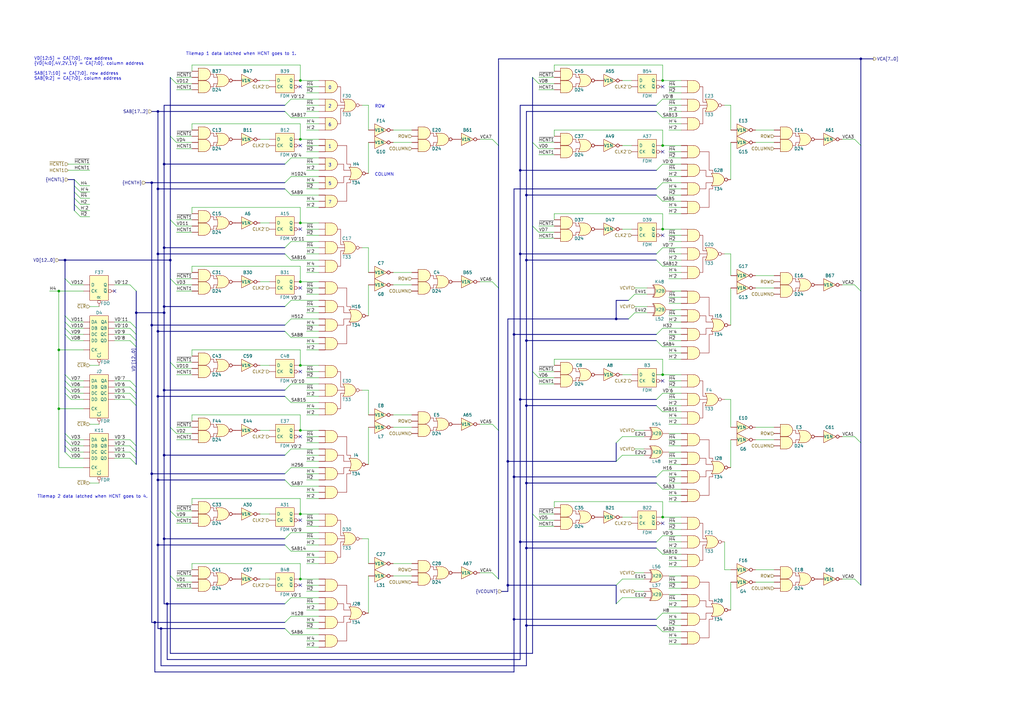
<source format=kicad_sch>
(kicad_sch (version 20231120) (generator "eeschema") (generator_version "8.0")
  (paper "A3")
  (title_block (title "Konami 007780") (date "2024-07-28"))
  (junction (at 123.19 57.15))
  (junction (at 123.19 91.44))
  (junction (at 210.82 254))
  (junction (at 55.88 128.27))
  (junction (at 208.28 189.23))
  (junction (at 213.36 69.85))
  (junction (at 62.23 194.31))
  (junction (at 252.73 130.81))
  (junction (at 26.67 106.68))
  (junction (at 271.78 33.02))
  (junction (at 64.77 135.89))
  (junction (at 213.36 222.25))
  (junction (at 67.31 220.98))
  (junction (at 123.19 115.57))
  (junction (at 24.13 143.51))
  (junction (at 123.19 176.53))
  (junction (at 67.31 67.31))
  (junction (at 64.77 196.85))
  (junction (at 62.23 133.35))
  (junction (at 67.31 101.6))
  (junction (at 215.9 256.54))
  (junction (at 215.9 166.37))
  (junction (at 215.9 198.12))
  (junction (at 67.31 128.27))
  (junction (at 353.06 24.13))
  (junction (at 64.77 162.56))
  (junction (at 210.82 195.58))
  (junction (at 24.13 119.38))
  (junction (at 215.9 106.68))
  (junction (at 63.5 255.27))
  (junction (at 215.9 139.7))
  (junction (at 24.13 167.64))
  (junction (at 213.36 163.83))
  (junction (at 123.19 33.02))
  (junction (at 64.77 77.47))
  (junction (at 210.82 137.16))
  (junction (at 68.58 247.65))
  (junction (at 67.31 186.69))
  (junction (at 215.9 224.79))
  (junction (at 69.85 106.68))
  (junction (at 62.23 74.93))
  (junction (at 271.78 93.98))
  (junction (at 123.19 210.82))
  (junction (at 64.77 45.72))
  (junction (at 64.77 223.52))
  (junction (at 215.9 80.01))
  (junction (at 64.77 104.14))
  (junction (at 123.19 237.49))
  (junction (at 123.19 149.86))
  (junction (at 271.78 59.69))
  (junction (at 213.36 104.14))
  (junction (at 66.04 257.81))
  (junction (at 271.78 212.09))
  (junction (at 67.31 125.73))
  (junction (at 271.78 153.67))
  (junction (at 67.31 160.02))
  (junction (at 208.28 240.03))
  (no_connect (at 271.78 214.63))
  (no_connect (at 123.19 179.07))
  (no_connect (at 271.78 62.23))
  (no_connect (at 123.19 59.69))
  (no_connect (at 123.19 240.03))
  (no_connect (at 123.19 152.4))
  (no_connect (at 123.19 35.56))
  (no_connect (at 271.78 96.52))
  (no_connect (at 271.78 35.56))
  (no_connect (at 123.19 118.11))
  (no_connect (at 123.19 213.36))
  (no_connect (at 123.19 93.98))
  (no_connect (at 271.78 156.21))
  (no_connect (at 46.99 119.38))
  (bus_entry (at 53.34 185.42) (size 2.54 2.54))
  (bus_entry (at 269.24 137.16) (size 2.54 -2.54))
  (bus_entry (at 116.84 194.31) (size 2.54 -2.54))
  (bus_entry (at 269.24 139.7) (size 2.54 2.54))
  (bus_entry (at 201.93 57.15) (size 2.54 2.54))
  (bus_entry (at 26.67 137.16) (size 2.54 2.54))
  (bus_entry (at 69.85 175.26) (size 2.54 2.54))
  (bus_entry (at 116.84 67.31) (size 2.54 -2.54))
  (bus_entry (at 252.73 247.65) (size 2.54 -2.54))
  (bus_entry (at 269.24 163.83) (size 2.54 -2.54))
  (bus_entry (at 53.34 182.88) (size 2.54 2.54))
  (bus_entry (at 269.24 198.12) (size 2.54 2.54))
  (bus_entry (at 30.48 76.2) (size 2.54 2.54))
  (bus_entry (at 116.84 135.89) (size 2.54 2.54))
  (bus_entry (at 26.67 114.3) (size 2.54 2.54))
  (bus_entry (at 116.84 255.27) (size 2.54 -2.54))
  (bus_entry (at 26.67 161.29) (size 2.54 2.54))
  (bus_entry (at 53.34 137.16) (size 2.54 2.54))
  (bus_entry (at 218.44 92.71) (size 2.54 2.54))
  (bus_entry (at 26.67 182.88) (size 2.54 2.54))
  (bus_entry (at 269.24 224.79) (size 2.54 2.54))
  (bus_entry (at 26.67 156.21) (size 2.54 2.54))
  (bus_entry (at 269.24 222.25) (size 2.54 -2.54))
  (bus_entry (at 26.67 158.75) (size 2.54 2.54))
  (bus_entry (at 69.85 55.88) (size 2.54 2.54))
  (bus_entry (at 53.34 156.21) (size 2.54 2.54))
  (bus_entry (at 26.67 177.8) (size 2.54 2.54))
  (bus_entry (at 53.34 139.7) (size 2.54 2.54))
  (bus_entry (at 116.84 45.72) (size 2.54 2.54))
  (bus_entry (at 350.52 57.15) (size 2.54 2.54))
  (bus_entry (at 252.73 189.23) (size 2.54 -2.54))
  (bus_entry (at 116.84 220.98) (size 2.54 -2.54))
  (bus_entry (at 26.67 132.08) (size 2.54 2.54))
  (bus_entry (at 53.34 158.75) (size 2.54 2.54))
  (bus_entry (at 53.34 132.08) (size 2.54 2.54))
  (bus_entry (at 26.67 129.54) (size 2.54 2.54))
  (bus_entry (at 30.48 83.82) (size 2.54 2.54))
  (bus_entry (at 350.52 179.07) (size 2.54 2.54))
  (bus_entry (at 269.24 104.14) (size 2.54 -2.54))
  (bus_entry (at 26.67 134.62) (size 2.54 2.54))
  (bus_entry (at 116.84 196.85) (size 2.54 2.54))
  (bus_entry (at 269.24 254) (size 2.54 -2.54))
  (bus_entry (at 116.84 133.35) (size 2.54 -2.54))
  (bus_entry (at 53.34 180.34) (size 2.54 2.54))
  (bus_entry (at 69.85 209.55) (size 2.54 2.54))
  (bus_entry (at 218.44 210.82) (size 2.54 2.54))
  (bus_entry (at 252.73 181.61) (size 2.54 -2.54))
  (bus_entry (at 252.73 240.03) (size 2.54 -2.54))
  (bus_entry (at 201.93 115.57) (size 2.54 2.54))
  (bus_entry (at 269.24 69.85) (size 2.54 -2.54))
  (bus_entry (at 257.81 130.81) (size 2.54 -2.54))
  (bus_entry (at 269.24 195.58) (size 2.54 -2.54))
  (bus_entry (at 116.84 101.6) (size 2.54 -2.54))
  (bus_entry (at 53.34 163.83) (size 2.54 2.54))
  (bus_entry (at 116.84 43.18) (size 2.54 -2.54))
  (bus_entry (at 69.85 236.22) (size 2.54 2.54))
  (bus_entry (at 201.93 234.95) (size 2.54 2.54))
  (bus_entry (at 53.34 134.62) (size 2.54 2.54))
  (bus_entry (at 269.24 77.47) (size 2.54 -2.54))
  (bus_entry (at 116.84 77.47) (size 2.54 2.54))
  (bus_entry (at 269.24 256.54) (size 2.54 2.54))
  (bus_entry (at 116.84 247.65) (size 2.54 -2.54))
  (bus_entry (at 30.48 78.74) (size 2.54 2.54))
  (bus_entry (at 350.52 116.84) (size 2.54 2.54))
  (bus_entry (at 116.84 186.69) (size 2.54 -2.54))
  (bus_entry (at 69.85 148.59) (size 2.54 2.54))
  (bus_entry (at 116.84 160.02) (size 2.54 -2.54))
  (bus_entry (at 269.24 45.72) (size 2.54 2.54))
  (bus_entry (at 53.34 187.96) (size 2.54 2.54))
  (bus_entry (at 53.34 161.29) (size 2.54 2.54))
  (bus_entry (at 116.84 104.14) (size 2.54 2.54))
  (bus_entry (at 269.24 106.68) (size 2.54 2.54))
  (bus_entry (at 257.81 123.19) (size 2.54 -2.54))
  (bus_entry (at 218.44 31.75) (size 2.54 2.54))
  (bus_entry (at 69.85 114.3) (size 2.54 2.54))
  (bus_entry (at 116.84 162.56) (size 2.54 2.54))
  (bus_entry (at 116.84 125.73) (size 2.54 -2.54))
  (bus_entry (at 269.24 166.37) (size 2.54 2.54))
  (bus_entry (at 26.67 153.67) (size 2.54 2.54))
  (bus_entry (at 116.84 223.52) (size 2.54 2.54))
  (bus_entry (at 218.44 58.42) (size 2.54 2.54))
  (bus_entry (at 69.85 31.75) (size 2.54 2.54))
  (bus_entry (at 30.48 81.28) (size 2.54 2.54))
  (bus_entry (at 26.67 185.42) (size 2.54 2.54))
  (bus_entry (at 116.84 257.81) (size 2.54 2.54))
  (bus_entry (at 201.93 173.99) (size 2.54 2.54))
  (bus_entry (at 218.44 152.4) (size 2.54 2.54))
  (bus_entry (at 269.24 80.01) (size 2.54 2.54))
  (bus_entry (at 30.48 86.36) (size 2.54 2.54))
  (bus_entry (at 116.84 74.93) (size 2.54 -2.54))
  (bus_entry (at 26.67 180.34) (size 2.54 2.54))
  (bus_entry (at 350.52 237.49) (size 2.54 2.54))
  (bus_entry (at 30.48 73.66) (size 2.54 2.54))
  (bus_entry (at 269.24 43.18) (size 2.54 -2.54))
  (bus_entry (at 69.85 90.17) (size 2.54 2.54))
  (bus_entry (at 53.34 116.84) (size 2.54 2.54))
  (wire (pts (xy 274.32 77.47) (xy 279.4 77.47)))
  (wire (pts (xy 255.27 33.02) (xy 259.08 33.02)))
  (wire (pts (xy 125.73 120.65) (xy 130.81 120.65)))
  (wire (pts (xy 260.35 234.95) (xy 264.16 234.95)))
  (wire (pts (xy 123.19 237.49) (xy 130.81 237.49)))
  (bus (pts (xy 64.77 257.81) (xy 64.77 223.52)))
  (bus (pts (xy 62.23 133.35) (xy 62.23 74.93)))
  (bus (pts (xy 63.5 255.27) (xy 62.23 255.27)))
  (wire (pts (xy 119.38 138.43) (xy 130.81 138.43)))
  (wire (pts (xy 72.39 92.71) (xy 78.74 92.71)))
  (wire (pts (xy 125.73 101.6) (xy 130.81 101.6)))
  (wire (pts (xy 24.13 167.64) (xy 34.29 167.64)))
  (wire (pts (xy 151.13 53.34) (xy 151.13 43.18)))
  (bus (pts (xy 67.31 67.31) (xy 67.31 43.18)))
  (bus (pts (xy 69.85 106.68) (xy 69.85 114.3)))
  (bus (pts (xy 67.31 101.6) (xy 67.31 67.31)))
  (wire (pts (xy 123.19 91.44) (xy 130.81 91.44)))
  (wire (pts (xy 125.73 35.56) (xy 130.81 35.56)))
  (wire (pts (xy 271.78 33.02) (xy 271.78 26.67)))
  (wire (pts (xy 119.38 157.48) (xy 130.81 157.48)))
  (bus (pts (xy 252.73 189.23) (xy 208.28 189.23)))
  (bus (pts (xy 64.77 77.47) (xy 116.84 77.47)))
  (bus (pts (xy 204.47 118.11) (xy 204.47 176.53)))
  (wire (pts (xy 274.32 185.42) (xy 279.4 185.42)))
  (wire (pts (xy 72.39 36.83) (xy 78.74 36.83)))
  (wire (pts (xy 309.88 53.34) (xy 317.5 53.34)))
  (bus (pts (xy 63.5 275.59) (xy 63.5 255.27)))
  (wire (pts (xy 125.73 179.07) (xy 130.81 179.07)))
  (wire (pts (xy 151.13 236.22) (xy 151.13 251.46)))
  (wire (pts (xy 125.73 50.8) (xy 130.81 50.8)))
  (bus (pts (xy 59.69 74.93) (xy 62.23 74.93)))
  (wire (pts (xy 36.83 173.99) (xy 40.64 173.99)))
  (bus (pts (xy 55.88 182.88) (xy 55.88 185.42)))
  (bus (pts (xy 69.85 31.75) (xy 69.85 55.88)))
  (bus (pts (xy 218.44 92.71) (xy 218.44 152.4)))
  (wire (pts (xy 271.78 168.91) (xy 279.4 168.91)))
  (wire (pts (xy 274.32 147.32) (xy 279.4 147.32)))
  (bus (pts (xy 210.82 195.58) (xy 210.82 254)))
  (wire (pts (xy 271.78 59.69) (xy 279.4 59.69)))
  (wire (pts (xy 125.73 59.69) (xy 130.81 59.69)))
  (wire (pts (xy 46.99 161.29) (xy 53.34 161.29)))
  (bus (pts (xy 215.9 80.01) (xy 269.24 80.01)))
  (wire (pts (xy 274.32 198.12) (xy 279.4 198.12)))
  (wire (pts (xy 72.39 60.96) (xy 78.74 60.96)))
  (wire (pts (xy 297.18 163.83) (xy 299.72 163.83)))
  (wire (pts (xy 227.33 87.63) (xy 227.33 90.17)))
  (wire (pts (xy 151.13 175.26) (xy 151.13 190.5)))
  (wire (pts (xy 274.32 38.1) (xy 279.4 38.1)))
  (bus (pts (xy 67.31 160.02) (xy 116.84 160.02)))
  (wire (pts (xy 125.73 170.18) (xy 130.81 170.18)))
  (wire (pts (xy 119.38 99.06) (xy 130.81 99.06)))
  (wire (pts (xy 274.32 187.96) (xy 279.4 187.96)))
  (wire (pts (xy 274.32 256.54) (xy 279.4 256.54)))
  (wire (pts (xy 125.73 128.27) (xy 130.81 128.27)))
  (wire (pts (xy 46.99 134.62) (xy 53.34 134.62)))
  (wire (pts (xy 125.73 228.6) (xy 130.81 228.6)))
  (wire (pts (xy 260.35 118.11) (xy 265.43 118.11)))
  (wire (pts (xy 27.94 67.31) (xy 36.83 67.31)))
  (wire (pts (xy 119.38 48.26) (xy 130.81 48.26)))
  (wire (pts (xy 274.32 243.84) (xy 279.4 243.84)))
  (wire (pts (xy 125.73 265.43) (xy 130.81 265.43)))
  (wire (pts (xy 271.78 200.66) (xy 279.4 200.66)))
  (wire (pts (xy 220.98 157.48) (xy 227.33 157.48)))
  (bus (pts (xy 215.9 106.68) (xy 269.24 106.68)))
  (wire (pts (xy 125.73 201.93) (xy 130.81 201.93)))
  (bus (pts (xy 69.85 267.97) (xy 218.44 267.97)))
  (wire (pts (xy 260.35 125.73) (xy 265.43 125.73)))
  (wire (pts (xy 274.32 166.37) (xy 279.4 166.37)))
  (bus (pts (xy 55.88 119.38) (xy 55.88 128.27)))
  (bus (pts (xy 26.67 153.67) (xy 26.67 156.21)))
  (wire (pts (xy 125.73 69.85) (xy 130.81 69.85)))
  (wire (pts (xy 151.13 220.98) (xy 148.59 220.98)))
  (wire (pts (xy 220.98 154.94) (xy 227.33 154.94)))
  (bus (pts (xy 353.06 181.61) (xy 353.06 240.03)))
  (wire (pts (xy 274.32 248.92) (xy 279.4 248.92)))
  (wire (pts (xy 24.13 119.38) (xy 24.13 143.51)))
  (wire (pts (xy 274.32 190.5) (xy 279.4 190.5)))
  (wire (pts (xy 72.39 175.26) (xy 78.74 175.26)))
  (wire (pts (xy 271.78 153.67) (xy 279.4 153.67)))
  (wire (pts (xy 46.99 182.88) (xy 53.34 182.88)))
  (bus (pts (xy 269.24 77.47) (xy 210.82 77.47)))
  (wire (pts (xy 78.74 143.51) (xy 78.74 146.05)))
  (bus (pts (xy 64.77 135.89) (xy 64.77 104.14)))
  (wire (pts (xy 46.99 132.08) (xy 53.34 132.08)))
  (wire (pts (xy 24.13 191.77) (xy 34.29 191.77)))
  (wire (pts (xy 72.39 241.3) (xy 78.74 241.3)))
  (wire (pts (xy 29.21 182.88) (xy 34.29 182.88)))
  (bus (pts (xy 69.85 148.59) (xy 69.85 175.26)))
  (wire (pts (xy 119.38 64.77) (xy 130.81 64.77)))
  (wire (pts (xy 161.29 53.34) (xy 168.91 53.34)))
  (bus (pts (xy 204.47 176.53) (xy 204.47 237.49)))
  (bus (pts (xy 69.85 90.17) (xy 69.85 106.68)))
  (wire (pts (xy 297.18 233.68) (xy 299.72 233.68)))
  (wire (pts (xy 271.78 193.04) (xy 279.4 193.04)))
  (wire (pts (xy 125.73 167.64) (xy 130.81 167.64)))
  (wire (pts (xy 33.02 81.28) (xy 36.83 81.28)))
  (wire (pts (xy 220.98 60.96) (xy 227.33 60.96)))
  (bus (pts (xy 67.31 43.18) (xy 116.84 43.18)))
  (bus (pts (xy 204.47 24.13) (xy 353.06 24.13)))
  (bus (pts (xy 353.06 59.69) (xy 353.06 119.38)))
  (wire (pts (xy 78.74 26.67) (xy 78.74 29.21)))
  (wire (pts (xy 271.78 26.67) (xy 227.33 26.67)))
  (wire (pts (xy 274.32 171.45) (xy 279.4 171.45)))
  (wire (pts (xy 125.73 255.27) (xy 130.81 255.27)))
  (bus (pts (xy 213.36 270.51) (xy 68.58 270.51)))
  (wire (pts (xy 151.13 58.42) (xy 151.13 71.12)))
  (bus (pts (xy 26.67 134.62) (xy 26.67 137.16)))
  (wire (pts (xy 274.32 180.34) (xy 279.4 180.34)))
  (wire (pts (xy 125.73 109.22) (xy 130.81 109.22)))
  (bus (pts (xy 26.67 161.29) (xy 26.67 177.8)))
  (wire (pts (xy 299.72 163.83) (xy 299.72 175.26)))
  (wire (pts (xy 271.78 212.09) (xy 279.4 212.09)))
  (wire (pts (xy 309.88 113.03) (xy 317.5 113.03)))
  (bus (pts (xy 67.31 247.65) (xy 68.58 247.65)))
  (wire (pts (xy 220.98 58.42) (xy 227.33 58.42)))
  (wire (pts (xy 220.98 63.5) (xy 227.33 63.5)))
  (wire (pts (xy 29.21 185.42) (xy 34.29 185.42)))
  (bus (pts (xy 218.44 31.75) (xy 218.44 58.42)))
  (wire (pts (xy 255.27 93.98) (xy 259.08 93.98)))
  (wire (pts (xy 119.38 184.15) (xy 130.81 184.15)))
  (wire (pts (xy 151.13 116.84) (xy 151.13 129.54)))
  (wire (pts (xy 123.19 149.86) (xy 123.19 143.51)))
  (wire (pts (xy 72.39 153.67) (xy 78.74 153.67)))
  (wire (pts (xy 274.32 222.25) (xy 279.4 222.25)))
  (wire (pts (xy 299.72 191.77) (xy 299.72 180.34)))
  (wire (pts (xy 260.35 120.65) (xy 265.43 120.65)))
  (bus (pts (xy 218.44 210.82) (xy 218.44 267.97)))
  (wire (pts (xy 125.73 118.11) (xy 130.81 118.11)))
  (wire (pts (xy 72.39 177.8) (xy 78.74 177.8)))
  (wire (pts (xy 123.19 231.14) (xy 78.74 231.14)))
  (wire (pts (xy 72.39 209.55) (xy 78.74 209.55)))
  (bus (pts (xy 66.04 273.05) (xy 66.04 257.81)))
  (wire (pts (xy 260.35 128.27) (xy 265.43 128.27)))
  (wire (pts (xy 125.73 67.31) (xy 130.81 67.31)))
  (wire (pts (xy 255.27 59.69) (xy 259.08 59.69)))
  (bus (pts (xy 26.67 106.68) (xy 69.85 106.68)))
  (wire (pts (xy 123.19 57.15) (xy 130.81 57.15)))
  (wire (pts (xy 119.38 80.01) (xy 130.81 80.01)))
  (bus (pts (xy 252.73 181.61) (xy 252.73 189.23)))
  (wire (pts (xy 125.73 186.69) (xy 130.81 186.69)))
  (wire (pts (xy 274.32 50.8) (xy 279.4 50.8)))
  (wire (pts (xy 255.27 245.11) (xy 264.16 245.11)))
  (wire (pts (xy 274.32 85.09) (xy 279.4 85.09)))
  (wire (pts (xy 125.73 154.94) (xy 130.81 154.94)))
  (wire (pts (xy 123.19 204.47) (xy 78.74 204.47)))
  (bus (pts (xy 27.94 73.66) (xy 30.48 73.66)))
  (wire (pts (xy 274.32 214.63) (xy 279.4 214.63)))
  (bus (pts (xy 55.88 139.7) (xy 55.88 142.24)))
  (wire (pts (xy 106.68 176.53) (xy 110.49 176.53)))
  (wire (pts (xy 125.73 257.81) (xy 130.81 257.81)))
  (wire (pts (xy 119.38 130.81) (xy 130.81 130.81)))
  (wire (pts (xy 274.32 64.77) (xy 279.4 64.77)))
  (wire (pts (xy 123.19 210.82) (xy 123.19 204.47)))
  (wire (pts (xy 274.32 106.68) (xy 279.4 106.68)))
  (bus (pts (xy 64.77 104.14) (xy 116.84 104.14)))
  (bus (pts (xy 64.77 223.52) (xy 116.84 223.52)))
  (bus (pts (xy 215.9 198.12) (xy 269.24 198.12)))
  (wire (pts (xy 275.59 119.38) (xy 279.4 119.38)))
  (bus (pts (xy 26.67 177.8) (xy 26.67 180.34)))
  (wire (pts (xy 125.73 247.65) (xy 130.81 247.65)))
  (wire (pts (xy 151.13 170.18) (xy 151.13 160.02)))
  (wire (pts (xy 345.44 57.15) (xy 350.52 57.15)))
  (wire (pts (xy 274.32 35.56) (xy 279.4 35.56)))
  (wire (pts (xy 161.29 111.76) (xy 168.91 111.76)))
  (bus (pts (xy 67.31 67.31) (xy 116.84 67.31)))
  (wire (pts (xy 24.13 143.51) (xy 34.29 143.51)))
  (bus (pts (xy 55.88 166.37) (xy 55.88 182.88)))
  (bus (pts (xy 213.36 104.14) (xy 213.36 163.83)))
  (bus (pts (xy 62.23 74.93) (xy 116.84 74.93)))
  (bus (pts (xy 269.24 224.79) (xy 215.9 224.79)))
  (wire (pts (xy 196.85 115.57) (xy 201.93 115.57)))
  (bus (pts (xy 67.31 101.6) (xy 116.84 101.6)))
  (wire (pts (xy 274.32 229.87) (xy 279.4 229.87)))
  (wire (pts (xy 33.02 83.82) (xy 36.83 83.82)))
  (wire (pts (xy 106.68 237.49) (xy 110.49 237.49)))
  (bus (pts (xy 213.36 43.18) (xy 213.36 69.85)))
  (wire (pts (xy 72.39 214.63) (xy 78.74 214.63)))
  (wire (pts (xy 33.02 76.2) (xy 36.83 76.2)))
  (wire (pts (xy 260.35 242.57) (xy 264.16 242.57)))
  (wire (pts (xy 274.32 156.21) (xy 279.4 156.21)))
  (bus (pts (xy 208.28 130.81) (xy 208.28 189.23)))
  (wire (pts (xy 72.39 212.09) (xy 78.74 212.09)))
  (bus (pts (xy 67.31 186.69) (xy 116.84 186.69)))
  (wire (pts (xy 24.13 191.77) (xy 24.13 167.64)))
  (bus (pts (xy 257.81 123.19) (xy 252.73 123.19)))
  (wire (pts (xy 29.21 134.62) (xy 34.29 134.62)))
  (wire (pts (xy 72.39 116.84) (xy 78.74 116.84)))
  (wire (pts (xy 274.32 238.76) (xy 279.4 238.76)))
  (bus (pts (xy 64.77 162.56) (xy 64.77 135.89)))
  (bus (pts (xy 208.28 240.03) (xy 252.73 240.03)))
  (wire (pts (xy 274.32 246.38) (xy 279.4 246.38)))
  (wire (pts (xy 119.38 226.06) (xy 130.81 226.06)))
  (wire (pts (xy 72.39 58.42) (xy 78.74 58.42)))
  (bus (pts (xy 55.88 128.27) (xy 55.88 134.62)))
  (wire (pts (xy 255.27 153.67) (xy 259.08 153.67)))
  (wire (pts (xy 33.02 86.36) (xy 36.83 86.36)))
  (wire (pts (xy 106.68 149.86) (xy 110.49 149.86)))
  (wire (pts (xy 345.44 179.07) (xy 350.52 179.07)))
  (wire (pts (xy 125.73 262.89) (xy 130.81 262.89)))
  (wire (pts (xy 274.32 139.7) (xy 279.4 139.7)))
  (wire (pts (xy 274.32 158.75) (xy 279.4 158.75)))
  (bus (pts (xy 215.9 224.79) (xy 215.9 198.12)))
  (wire (pts (xy 271.78 219.71) (xy 279.4 219.71)))
  (wire (pts (xy 123.19 115.57) (xy 130.81 115.57)))
  (wire (pts (xy 72.39 236.22) (xy 78.74 236.22)))
  (wire (pts (xy 271.78 93.98) (xy 271.78 87.63)))
  (wire (pts (xy 255.27 179.07) (xy 264.16 179.07)))
  (bus (pts (xy 215.9 166.37) (xy 269.24 166.37)))
  (wire (pts (xy 220.98 97.79) (xy 227.33 97.79)))
  (wire (pts (xy 72.39 151.13) (xy 78.74 151.13)))
  (wire (pts (xy 271.78 142.24) (xy 279.4 142.24)))
  (wire (pts (xy 297.18 222.25) (xy 297.18 233.68)))
  (wire (pts (xy 72.39 31.75) (xy 78.74 31.75)))
  (wire (pts (xy 161.29 236.22) (xy 168.91 236.22)))
  (bus (pts (xy 213.36 69.85) (xy 213.36 104.14)))
  (bus (pts (xy 26.67 114.3) (xy 26.67 129.54)))
  (wire (pts (xy 72.39 238.76) (xy 78.74 238.76)))
  (bus (pts (xy 24.13 106.68) (xy 26.67 106.68)))
  (wire (pts (xy 125.73 181.61) (xy 130.81 181.61)))
  (bus (pts (xy 215.9 198.12) (xy 215.9 166.37)))
  (wire (pts (xy 125.73 125.73) (xy 130.81 125.73)))
  (wire (pts (xy 46.99 163.83) (xy 53.34 163.83)))
  (bus (pts (xy 215.9 139.7) (xy 269.24 139.7)))
  (wire (pts (xy 271.78 33.02) (xy 279.4 33.02)))
  (wire (pts (xy 271.78 93.98) (xy 279.4 93.98)))
  (wire (pts (xy 119.38 218.44) (xy 130.81 218.44)))
  (wire (pts (xy 274.32 217.17) (xy 279.4 217.17)))
  (wire (pts (xy 274.32 182.88) (xy 279.4 182.88)))
  (wire (pts (xy 220.98 95.25) (xy 227.33 95.25)))
  (wire (pts (xy 119.38 72.39) (xy 130.81 72.39)))
  (bus (pts (xy 26.67 114.3) (xy 26.67 106.68)))
  (wire (pts (xy 125.73 38.1) (xy 130.81 38.1)))
  (bus (pts (xy 55.88 142.24) (xy 55.88 158.75)))
  (wire (pts (xy 275.59 127) (xy 279.4 127)))
  (wire (pts (xy 271.78 161.29) (xy 279.4 161.29)))
  (bus (pts (xy 218.44 58.42) (xy 218.44 92.71)))
  (bus (pts (xy 64.77 223.52) (xy 64.77 196.85)))
  (wire (pts (xy 271.78 74.93) (xy 279.4 74.93)))
  (bus (pts (xy 208.28 189.23) (xy 208.28 240.03)))
  (bus (pts (xy 353.06 119.38) (xy 353.06 181.61)))
  (bus (pts (xy 213.36 163.83) (xy 213.36 222.25)))
  (bus (pts (xy 205.74 242.57) (xy 208.28 242.57)))
  (wire (pts (xy 125.73 43.18) (xy 130.81 43.18)))
  (wire (pts (xy 46.99 116.84) (xy 53.34 116.84)))
  (wire (pts (xy 274.32 114.3) (xy 279.4 114.3)))
  (wire (pts (xy 125.73 53.34) (xy 130.81 53.34)))
  (wire (pts (xy 36.83 198.12) (xy 40.64 198.12)))
  (wire (pts (xy 227.33 26.67) (xy 227.33 29.21)))
  (wire (pts (xy 125.73 82.55) (xy 130.81 82.55)))
  (wire (pts (xy 123.19 85.09) (xy 78.74 85.09)))
  (wire (pts (xy 125.73 220.98) (xy 130.81 220.98)))
  (wire (pts (xy 78.74 50.8) (xy 78.74 53.34)))
  (bus (pts (xy 215.9 80.01) (xy 215.9 45.72)))
  (bus (pts (xy 69.85 114.3) (xy 69.85 148.59)))
  (wire (pts (xy 274.32 121.92) (xy 279.4 121.92)))
  (wire (pts (xy 106.68 115.57) (xy 110.49 115.57)))
  (wire (pts (xy 255.27 237.49) (xy 264.16 237.49)))
  (bus (pts (xy 252.73 130.81) (xy 257.81 130.81)))
  (wire (pts (xy 119.38 191.77) (xy 130.81 191.77)))
  (bus (pts (xy 30.48 78.74) (xy 30.48 76.2)))
  (wire (pts (xy 260.35 176.53) (xy 264.16 176.53)))
  (wire (pts (xy 274.32 236.22) (xy 279.4 236.22)))
  (wire (pts (xy 125.73 223.52) (xy 130.81 223.52)))
  (bus (pts (xy 64.77 104.14) (xy 64.77 77.47)))
  (wire (pts (xy 125.73 242.57) (xy 130.81 242.57)))
  (wire (pts (xy 119.38 260.35) (xy 130.81 260.35)))
  (wire (pts (xy 274.32 69.85) (xy 279.4 69.85)))
  (wire (pts (xy 274.32 132.08) (xy 279.4 132.08)))
  (bus (pts (xy 218.44 152.4) (xy 218.44 210.82)))
  (bus (pts (xy 26.67 132.08) (xy 26.67 134.62)))
  (bus (pts (xy 55.88 161.29) (xy 55.88 163.83)))
  (wire (pts (xy 309.88 180.34) (xy 317.5 180.34)))
  (wire (pts (xy 309.88 58.42) (xy 317.5 58.42)))
  (wire (pts (xy 299.72 113.03) (xy 299.72 104.14)))
  (bus (pts (xy 215.9 139.7) (xy 215.9 106.68)))
  (wire (pts (xy 125.73 240.03) (xy 130.81 240.03)))
  (wire (pts (xy 29.21 163.83) (xy 34.29 163.83)))
  (wire (pts (xy 29.21 139.7) (xy 34.29 139.7)))
  (bus (pts (xy 210.82 254) (xy 210.82 275.59)))
  (wire (pts (xy 106.68 91.44) (xy 110.49 91.44)))
  (wire (pts (xy 46.99 137.16) (xy 53.34 137.16)))
  (bus (pts (xy 215.9 256.54) (xy 215.9 273.05)))
  (wire (pts (xy 119.38 123.19) (xy 130.81 123.19)))
  (wire (pts (xy 196.85 234.95) (xy 201.93 234.95)))
  (wire (pts (xy 255.27 186.69) (xy 264.16 186.69)))
  (wire (pts (xy 274.32 203.2) (xy 279.4 203.2)))
  (wire (pts (xy 119.38 245.11) (xy 130.81 245.11)))
  (wire (pts (xy 271.78 87.63) (xy 227.33 87.63)))
  (wire (pts (xy 220.98 152.4) (xy 227.33 152.4)))
  (wire (pts (xy 46.99 158.75) (xy 53.34 158.75)))
  (wire (pts (xy 72.39 34.29) (xy 78.74 34.29)))
  (bus (pts (xy 64.77 196.85) (xy 116.84 196.85)))
  (wire (pts (xy 271.78 109.22) (xy 279.4 109.22)))
  (wire (pts (xy 106.68 210.82) (xy 110.49 210.82)))
  (wire (pts (xy 72.39 114.3) (xy 78.74 114.3)))
  (bus (pts (xy 62.23 255.27) (xy 62.23 194.31)))
  (wire (pts (xy 123.19 26.67) (xy 78.74 26.67)))
  (bus (pts (xy 215.9 256.54) (xy 269.24 256.54)))
  (bus (pts (xy 116.84 257.81) (xy 66.04 257.81)))
  (wire (pts (xy 72.39 119.38) (xy 78.74 119.38)))
  (wire (pts (xy 125.73 74.93) (xy 130.81 74.93)))
  (wire (pts (xy 78.74 204.47) (xy 78.74 207.01)))
  (wire (pts (xy 345.44 237.49) (xy 350.52 237.49)))
  (wire (pts (xy 299.72 250.19) (xy 299.72 238.76)))
  (wire (pts (xy 161.29 175.26) (xy 168.91 175.26)))
  (wire (pts (xy 125.73 189.23) (xy 130.81 189.23)))
  (wire (pts (xy 29.21 180.34) (xy 34.29 180.34)))
  (wire (pts (xy 271.78 101.6) (xy 279.4 101.6)))
  (bus (pts (xy 55.88 128.27) (xy 67.31 128.27)))
  (bus (pts (xy 55.88 163.83) (xy 55.88 166.37)))
  (bus (pts (xy 69.85 209.55) (xy 69.85 236.22)))
  (bus (pts (xy 26.67 180.34) (xy 26.67 182.88)))
  (wire (pts (xy 271.78 212.09) (xy 271.78 205.74)))
  (bus (pts (xy 55.88 158.75) (xy 55.88 161.29)))
  (wire (pts (xy 72.39 55.88) (xy 78.74 55.88)))
  (wire (pts (xy 274.32 111.76) (xy 279.4 111.76)))
  (wire (pts (xy 299.72 58.42) (xy 299.72 73.66)))
  (bus (pts (xy 64.77 196.85) (xy 64.77 162.56)))
  (wire (pts (xy 271.78 259.08) (xy 279.4 259.08)))
  (wire (pts (xy 271.78 53.34) (xy 227.33 53.34)))
  (bus (pts (xy 55.88 187.96) (xy 55.88 190.5)))
  (wire (pts (xy 125.73 111.76) (xy 130.81 111.76)))
  (wire (pts (xy 125.73 194.31) (xy 130.81 194.31)))
  (bus (pts (xy 30.48 86.36) (xy 30.48 83.82)))
  (wire (pts (xy 123.19 50.8) (xy 78.74 50.8)))
  (bus (pts (xy 26.67 182.88) (xy 26.67 185.42)))
  (bus (pts (xy 67.31 125.73) (xy 67.31 101.6)))
  (wire (pts (xy 125.73 160.02) (xy 130.81 160.02)))
  (wire (pts (xy 151.13 43.18) (xy 148.59 43.18)))
  (wire (pts (xy 196.85 57.15) (xy 201.93 57.15)))
  (wire (pts (xy 227.33 147.32) (xy 227.33 149.86)))
  (wire (pts (xy 271.78 153.67) (xy 269.24 153.67)))
  (bus (pts (xy 210.82 77.47) (xy 210.82 137.16)))
  (bus (pts (xy 62.23 45.72) (xy 64.77 45.72)))
  (wire (pts (xy 271.78 134.62) (xy 279.4 134.62)))
  (wire (pts (xy 123.19 33.02) (xy 130.81 33.02)))
  (wire (pts (xy 274.32 72.39) (xy 279.4 72.39)))
  (wire (pts (xy 24.13 167.64) (xy 24.13 143.51)))
  (wire (pts (xy 125.73 250.19) (xy 130.81 250.19)))
  (wire (pts (xy 125.73 77.47) (xy 130.81 77.47)))
  (wire (pts (xy 260.35 184.15) (xy 264.16 184.15)))
  (wire (pts (xy 299.72 104.14) (xy 297.18 104.14)))
  (wire (pts (xy 274.32 137.16) (xy 279.4 137.16)))
  (wire (pts (xy 274.32 45.72) (xy 279.4 45.72)))
  (wire (pts (xy 123.19 210.82) (xy 130.81 210.82)))
  (bus (pts (xy 213.36 222.25) (xy 213.36 270.51)))
  (wire (pts (xy 46.99 180.34) (xy 53.34 180.34)))
  (bus (pts (xy 68.58 270.51) (xy 68.58 247.65)))
  (wire (pts (xy 271.78 48.26) (xy 279.4 48.26)))
  (wire (pts (xy 271.78 227.33) (xy 279.4 227.33)))
  (wire (pts (xy 299.72 43.18) (xy 297.18 43.18)))
  (wire (pts (xy 151.13 231.14) (xy 151.13 220.98)))
  (wire (pts (xy 274.32 177.8) (xy 279.4 177.8)))
  (wire (pts (xy 274.32 104.14) (xy 279.4 104.14)))
  (wire (pts (xy 123.19 143.51) (xy 78.74 143.51)))
  (bus (pts (xy 358.14 24.13) (xy 353.06 24.13)))
  (wire (pts (xy 274.32 254) (xy 279.4 254)))
  (bus (pts (xy 68.58 247.65) (xy 116.84 247.65)))
  (wire (pts (xy 274.32 124.46) (xy 279.4 124.46)))
  (bus (pts (xy 30.48 76.2) (xy 30.48 73.66)))
  (wire (pts (xy 46.99 187.96) (xy 53.34 187.96)))
  (bus (pts (xy 62.23 194.31) (xy 116.84 194.31)))
  (bus (pts (xy 55.88 185.42) (xy 55.88 187.96)))
  (wire (pts (xy 78.74 109.22) (xy 78.74 111.76)))
  (bus (pts (xy 252.73 123.19) (xy 252.73 130.81)))
  (wire (pts (xy 29.21 187.96) (xy 34.29 187.96)))
  (wire (pts (xy 220.98 31.75) (xy 227.33 31.75)))
  (wire (pts (xy 125.73 45.72) (xy 130.81 45.72)))
  (wire (pts (xy 274.32 99.06) (xy 279.4 99.06)))
  (wire (pts (xy 46.99 156.21) (xy 53.34 156.21)))
  (bus (pts (xy 252.73 240.03) (xy 252.73 247.65)))
  (wire (pts (xy 125.73 162.56) (xy 130.81 162.56)))
  (wire (pts (xy 46.99 185.42) (xy 53.34 185.42)))
  (wire (pts (xy 33.02 78.74) (xy 36.83 78.74)))
  (bus (pts (xy 69.85 175.26) (xy 69.85 209.55)))
  (wire (pts (xy 161.29 116.84) (xy 168.91 116.84)))
  (bus (pts (xy 213.36 222.25) (xy 269.24 222.25)))
  (bus (pts (xy 215.9 106.68) (xy 215.9 80.01)))
  (bus (pts (xy 30.48 83.82) (xy 30.48 81.28)))
  (wire (pts (xy 271.78 40.64) (xy 279.4 40.64)))
  (wire (pts (xy 29.21 132.08) (xy 34.29 132.08)))
  (bus (pts (xy 210.82 137.16) (xy 269.24 137.16)))
  (wire (pts (xy 78.74 231.14) (xy 78.74 233.68)))
  (wire (pts (xy 161.29 170.18) (xy 168.91 170.18)))
  (wire (pts (xy 119.38 165.1) (xy 130.81 165.1)))
  (wire (pts (xy 125.73 152.4) (xy 130.81 152.4)))
  (bus (pts (xy 210.82 195.58) (xy 269.24 195.58)))
  (bus (pts (xy 252.73 130.81) (xy 208.28 130.81)))
  (wire (pts (xy 123.19 33.02) (xy 123.19 26.67)))
  (bus (pts (xy 30.48 81.28) (xy 30.48 78.74)))
  (wire (pts (xy 274.32 80.01) (xy 279.4 80.01)))
  (wire (pts (xy 274.32 53.34) (xy 279.4 53.34)))
  (wire (pts (xy 125.73 96.52) (xy 130.81 96.52)))
  (wire (pts (xy 271.78 147.32) (xy 227.33 147.32)))
  (wire (pts (xy 123.19 237.49) (xy 123.19 231.14)))
  (wire (pts (xy 274.32 205.74) (xy 279.4 205.74)))
  (bus (pts (xy 208.28 240.03) (xy 208.28 242.57)))
  (wire (pts (xy 29.21 156.21) (xy 34.29 156.21)))
  (wire (pts (xy 227.33 53.34) (xy 227.33 55.88)))
  (wire (pts (xy 271.78 205.74) (xy 227.33 205.74)))
  (wire (pts (xy 274.32 232.41) (xy 279.4 232.41)))
  (wire (pts (xy 106.68 33.02) (xy 110.49 33.02)))
  (wire (pts (xy 299.72 53.34) (xy 299.72 43.18)))
  (wire (pts (xy 274.32 129.54) (xy 279.4 129.54)))
  (wire (pts (xy 72.39 148.59) (xy 78.74 148.59)))
  (wire (pts (xy 125.73 204.47) (xy 130.81 204.47)))
  (wire (pts (xy 271.78 67.31) (xy 279.4 67.31)))
  (bus (pts (xy 213.36 163.83) (xy 269.24 163.83)))
  (wire (pts (xy 123.19 109.22) (xy 78.74 109.22)))
  (wire (pts (xy 151.13 160.02) (xy 148.59 160.02)))
  (wire (pts (xy 274.32 173.99) (xy 279.4 173.99)))
  (wire (pts (xy 123.19 149.86) (xy 130.81 149.86)))
  (wire (pts (xy 78.74 85.09) (xy 78.74 87.63)))
  (wire (pts (xy 123.19 57.15) (xy 123.19 50.8)))
  (bus (pts (xy 215.9 273.05) (xy 66.04 273.05)))
  (bus (pts (xy 55.88 134.62) (xy 55.88 137.16)))
  (bus (pts (xy 55.88 137.16) (xy 55.88 139.7)))
  (wire (pts (xy 220.98 36.83) (xy 227.33 36.83)))
  (wire (pts (xy 123.19 176.53) (xy 123.19 170.18)))
  (wire (pts (xy 36.83 149.86) (xy 40.64 149.86)))
  (wire (pts (xy 27.94 69.85) (xy 36.83 69.85)))
  (wire (pts (xy 125.73 213.36) (xy 130.81 213.36)))
  (wire (pts (xy 72.39 180.34) (xy 78.74 180.34)))
  (bus (pts (xy 210.82 254) (xy 269.24 254)))
  (wire (pts (xy 119.38 106.68) (xy 130.81 106.68)))
  (wire (pts (xy 299.72 118.11) (xy 299.72 133.35)))
  (wire (pts (xy 220.98 213.36) (xy 227.33 213.36)))
  (wire (pts (xy 274.32 224.79) (xy 279.4 224.79)))
  (bus (pts (xy 67.31 125.73) (xy 116.84 125.73)))
  (wire (pts (xy 78.74 170.18) (xy 78.74 172.72)))
  (wire (pts (xy 309.88 238.76) (xy 317.5 238.76)))
  (wire (pts (xy 227.33 205.74) (xy 227.33 208.28)))
  (wire (pts (xy 271.78 59.69) (xy 271.78 53.34)))
  (bus (pts (xy 215.9 45.72) (xy 269.24 45.72)))
  (wire (pts (xy 345.44 116.84) (xy 350.52 116.84)))
  (wire (pts (xy 309.88 175.26) (xy 317.5 175.26)))
  (wire (pts (xy 125.73 215.9) (xy 130.81 215.9)))
  (wire (pts (xy 274.32 62.23) (xy 279.4 62.23)))
  (wire (pts (xy 161.29 231.14) (xy 168.91 231.14)))
  (bus (pts (xy 204.47 24.13) (xy 204.47 59.69)))
  (wire (pts (xy 271.78 153.67) (xy 271.78 147.32)))
  (bus (pts (xy 210.82 275.59) (xy 63.5 275.59)))
  (wire (pts (xy 151.13 101.6) (xy 148.59 101.6)))
  (bus (pts (xy 26.67 137.16) (xy 26.67 153.67)))
  (bus (pts (xy 67.31 220.98) (xy 67.31 186.69)))
  (wire (pts (xy 24.13 119.38) (xy 34.29 119.38)))
  (wire (pts (xy 72.39 90.17) (xy 78.74 90.17)))
  (wire (pts (xy 36.83 125.73) (xy 40.64 125.73)))
  (wire (pts (xy 309.88 118.11) (xy 317.5 118.11)))
  (bus (pts (xy 62.23 133.35) (xy 116.84 133.35)))
  (bus (pts (xy 64.77 162.56) (xy 116.84 162.56)))
  (wire (pts (xy 125.73 62.23) (xy 130.81 62.23)))
  (wire (pts (xy 151.13 111.76) (xy 151.13 101.6)))
  (wire (pts (xy 125.73 140.97) (xy 130.81 140.97)))
  (wire (pts (xy 29.21 137.16) (xy 34.29 137.16)))
  (bus (pts (xy 26.67 129.54) (xy 26.67 132.08)))
  (wire (pts (xy 220.98 92.71) (xy 227.33 92.71)))
  (wire (pts (xy 33.02 88.9) (xy 36.83 88.9)))
  (wire (pts (xy 123.19 115.57) (xy 123.19 109.22)))
  (wire (pts (xy 274.32 96.52) (xy 279.4 96.52)))
  (bus (pts (xy 62.23 194.31) (xy 62.23 133.35)))
  (wire (pts (xy 125.73 135.89) (xy 130.81 135.89)))
  (wire (pts (xy 125.73 143.51) (xy 130.81 143.51)))
  (bus (pts (xy 269.24 43.18) (xy 213.36 43.18)))
  (wire (pts (xy 274.32 43.18) (xy 279.4 43.18)))
  (wire (pts (xy 309.88 233.68) (xy 317.5 233.68)))
  (wire (pts (xy 106.68 57.15) (xy 110.49 57.15)))
  (wire (pts (xy 255.27 212.09) (xy 259.08 212.09)))
  (bus (pts (xy 67.31 247.65) (xy 67.31 220.98)))
  (wire (pts (xy 125.73 104.14) (xy 130.81 104.14)))
  (wire (pts (xy 125.73 93.98) (xy 130.81 93.98)))
  (bus (pts (xy 215.9 224.79) (xy 215.9 256.54)))
  (wire (pts (xy 271.78 251.46) (xy 279.4 251.46)))
  (wire (pts (xy 119.38 40.64) (xy 130.81 40.64)))
  (bus (pts (xy 67.31 160.02) (xy 67.31 128.27)))
  (wire (pts (xy 220.98 215.9) (xy 227.33 215.9)))
  (wire (pts (xy 274.32 261.62) (xy 279.4 261.62)))
  (bus (pts (xy 353.06 24.13) (xy 353.06 59.69)))
  (wire (pts (xy 161.29 58.42) (xy 168.91 58.42)))
  (wire (pts (xy 196.85 173.99) (xy 201.93 173.99)))
  (bus (pts (xy 66.04 257.81) (xy 64.77 257.81)))
  (wire (pts (xy 46.99 139.7) (xy 53.34 139.7)))
  (bus (pts (xy 213.36 69.85) (xy 269.24 69.85)))
  (wire (pts (xy 125.73 133.35) (xy 130.81 133.35)))
  (bus (pts (xy 64.77 135.89) (xy 116.84 135.89)))
  (bus (pts (xy 116.84 255.27) (xy 63.5 255.27)))
  (bus (pts (xy 67.31 220.98) (xy 116.84 220.98)))
  (bus (pts (xy 67.31 186.69) (xy 67.31 160.02)))
  (wire (pts (xy 123.19 170.18) (xy 78.74 170.18)))
  (wire (pts (xy 125.73 231.14) (xy 130.81 231.14)))
  (wire (pts (xy 274.32 195.58) (xy 279.4 195.58)))
  (wire (pts (xy 274.32 163.83) (xy 279.4 163.83)))
  (wire (pts (xy 274.32 264.16) (xy 279.4 264.16)))
  (bus (pts (xy 64.77 77.47) (xy 64.77 45.72)))
  (bus (pts (xy 67.31 128.27) (xy 67.31 125.73)))
  (bus (pts (xy 210.82 137.16) (xy 210.82 195.58)))
  (wire (pts (xy 29.21 161.29) (xy 34.29 161.29)))
  (wire (pts (xy 125.73 85.09) (xy 130.81 85.09)))
  (bus (pts (xy 69.85 55.88) (xy 69.85 90.17)))
  (bus (pts (xy 26.67 156.21) (xy 26.67 158.75)))
  (wire (pts (xy 29.21 158.75) (xy 34.29 158.75)))
  (bus (pts (xy 69.85 267.97) (xy 69.85 236.22)))
  (wire (pts (xy 274.32 87.63) (xy 279.4 87.63)))
  (bus (pts (xy 215.9 166.37) (xy 215.9 139.7)))
  (wire (pts (xy 119.38 199.39) (xy 130.81 199.39)))
  (wire (pts (xy 220.98 34.29) (xy 227.33 34.29)))
  (wire (pts (xy 119.38 252.73) (xy 130.81 252.73)))
  (wire (pts (xy 123.19 176.53) (xy 130.81 176.53)))
  (wire (pts (xy 271.78 82.55) (xy 279.4 82.55)))
  (wire (pts (xy 29.21 116.84) (xy 34.29 116.84)))
  (wire (pts (xy 125.73 196.85) (xy 130.81 196.85)))
  (wire (pts (xy 72.39 95.25) (xy 78.74 95.25)))
  (wire (pts (xy 20.32 119.38) (xy 24.13 119.38)))
  (wire (pts (xy 274.32 144.78) (xy 279.4 144.78)))
  (bus (pts (xy 213.36 104.14) (xy 269.24 104.14)))
  (wire (pts (xy 123.19 91.44) (xy 123.19 85.09)))
  (bus (pts (xy 64.77 45.72) (xy 116.84 45.72)))
  (wire (pts (xy 220.98 210.82) (xy 227.33 210.82)))
  (bus (pts (xy 26.67 158.75) (xy 26.67 161.29)))
  (bus (pts (xy 204.47 59.69) (xy 204.47 118.11)))
  (wire (pts (xy 274.32 241.3) (xy 279.4 241.3)))
  (text "2" (at 134.62 44.45 0) (effects (font (size 1.27 1.27)) (justify left bottom)))
  (text "7" (at 134.62 83.82 0) (effects (font (size 1.27 1.27)) (justify left bottom)))
  (text "ROW" (at 153.67 44.45 0) (effects (font (size 1.27 1.27)) (justify left bottom)))
  (text "Tilemap 1 data latched when HCNT goes to 1." (at 76.2 22.86 0) (effects (font (size 1.27 1.27)) (justify left bottom)))
  (text "5" (at 134.62 76.2 0) (effects (font (size 1.27 1.27)) (justify left bottom)))
  (text "COLUMN" (at 153.67 72.39 0) (effects (font (size 1.27 1.27)) (justify left bottom)))
  (text "Tilemap 2 data latched when HCNT goes to 4." (at 15.24 204.47 0) (effects (font (size 1.27 1.27)) (justify left bottom)))
  (text "VD[12:5] = CA[7:0], row address\n{VD[4:0],4V,2V,1V} = CA[7:0], column address\n\nSAB[17:10] = CA[7:0], row address\nSAB[9:2] = CA[7:0], column address" (at 13.97 33.02 0) (effects (font (size 1.27 1.27)) (justify left bottom)))
  (text "6" (at 134.62 52.07 0) (effects (font (size 1.27 1.27)) (justify left bottom)))
  (text "3" (at 134.62 68.58 0) (effects (font (size 1.27 1.27)) (justify left bottom)))
  (text "0" (at 134.62 36.83 0) (effects (font (size 1.27 1.27)) (justify left bottom)))
  (text "1" (at 134.62 60.96 0) (effects (font (size 1.27 1.27)) (justify left bottom)))
  (label "HCNT1" (at 72.39 60.96 0))
  (label "VD'12" (at 46.99 116.84 0))
  (label "HCNT1" (at 220.98 97.79 0))
  (label "H'4" (at 274.32 50.8 0))
  (label "~{HCNT1}" (at 72.39 31.75 0))
  (label "VD8" (at 29.21 139.7 0))
  (label "H2" (at 33.02 83.82 0))
  (label "HCNT1" (at 72.39 180.34 0))
  (label "~{H4}" (at 274.32 187.96 0))
  (label "H'4" (at 274.32 254 0))
  (label "VCA6" (at 196.85 115.57 0))
  (label "VD'7" (at 271.78 101.6 0))
  (label "H'2" (at 274.32 106.68 0))
  (label "~{H2}" (at 274.32 124.46 0))
  (label "HCNT1" (at 220.98 157.48 0))
  (label "E4V1" (at 260.35 120.65 0))
  (label "E1V1" (at 260.35 237.49 0))
  (label "~{HCNT1}" (at 72.39 114.3 0))
  (label "E1V2" (at 260.35 245.11 0))
  (label "~{H4}" (at 274.32 43.18 0))
  (label "~{H2}" (at 274.32 139.7 0))
  (label "H'2" (at 125.73 170.18 0))
  (label "HCNT1" (at 72.39 241.3 0))
  (label "~{H4}" (at 274.32 214.63 0))
  (label "H'2" (at 274.32 248.92 0))
  (label "H8" (at 271.78 251.46 0))
  (label "H'2" (at 125.73 111.76 0))
  (label "~{H4}" (at 33.02 81.28 0))
  (label "~{H2}" (at 125.73 38.1 0))
  (label "H16" (at 271.78 193.04 0))
  (label "SAB7" (at 119.38 199.39 0))
  (label "~{HCNT1}" (at 220.98 152.4 0))
  (label "H'4" (at 274.32 261.62 0))
  (label "H'2" (at 125.73 265.43 0))
  (label "H'2" (at 274.32 224.79 0))
  (label "H'2" (at 274.32 87.63 0))
  (label "H'4" (at 33.02 78.74 0))
  (label "SAB11" (at 271.78 168.91 0))
  (label "~{H4}" (at 125.73 152.4 0))
  (label "VD2" (at 72.39 177.8 0))
  (label "VCA3" (at 345.44 57.15 0))
  (label "VD'4" (at 119.38 64.77 0))
  (label "~{HCNT1}" (at 72.39 55.88 0))
  (label "VD'6" (at 271.78 161.29 0))
  (label "H'2" (at 125.73 53.34 0))
  (label "~{H2}" (at 125.73 96.52 0))
  (label "~{H4}" (at 274.32 156.21 0))
  (label "VD'6" (at 46.99 158.75 0))
  (label "H'4" (at 274.32 137.16 0))
  (label "VCA2" (at 345.44 116.84 0))
  (label "VD'2" (at 119.38 184.15 0))
  (label "H64" (at 271.78 74.93 0))
  (label "VD11" (at 29.21 132.08 0))
  (label "~{H4}" (at 125.73 179.07 0))
  (label "H'2" (at 125.73 162.56 0))
  (label "H'2" (at 274.32 232.41 0))
  (label "VD'10" (at 119.38 157.48 0))
  (label "VD'11" (at 119.38 99.06 0))
  (label "VD1" (at 72.39 238.76 0))
  (label "VD'1" (at 46.99 185.42 0))
  (label "H'2" (at 125.73 223.52 0))
  (label "~{H2}" (at 125.73 181.61 0))
  (label "VD2" (at 29.21 182.88 0))
  (label "H4" (at 20.32 119.38 0))
  (label "~{H2}" (at 125.73 154.94 0))
  (label "H'2" (at 33.02 86.36 0))
  (label "~{HCNT1}" (at 30.48 67.31 0))
  (label "~{H4}" (at 125.73 118.11 0))
  (label "~{H4}" (at 125.73 59.69 0))
  (label "SAB10" (at 271.78 227.33 0))
  (label "HCNT1" (at 220.98 215.9 0))
  (label "~{H2}" (at 274.32 38.1 0))
  (label "H'4" (at 125.73 82.55 0))
  (label "~{HCNT1}" (at 72.39 148.59 0))
  (label "H'4" (at 274.32 144.78 0))
  (label "H512" (at 119.38 130.81 0))
  (label "~{HCNT1}" (at 220.98 31.75 0))
  (label "~{H4}" (at 274.32 129.54 0))
  (label "H'2" (at 125.73 69.85 0))
  (label "VD10" (at 29.21 134.62 0))
  (label "H'4" (at 274.32 77.47 0))
  (label "~{H4}" (at 274.32 238.76 0))
  (label "H'2" (at 274.32 166.37 0))
  (label "HCNT1" (at 72.39 214.63 0))
  (label "~{H4}" (at 125.73 213.36 0))
  (label "VD12" (at 72.39 34.29 0))
  (label "H256" (at 119.38 191.77 0))
  (label "H'2" (at 274.32 173.99 0))
  (label "~{H4}" (at 274.32 163.83 0))
  (label "SAB15" (at 119.38 165.1 0))
  (label "VD'4" (at 46.99 163.83 0))
  (label "HCNT1" (at 72.39 119.38 0))
  (label "~{H4}" (at 125.73 93.98 0))
  (label "VCA7" (at 196.85 57.15 0))
  (label "SAB2" (at 271.78 259.08 0))
  (label "~{H2}" (at 125.73 242.57 0))
  (label "SAB17" (at 119.38 48.26 0))
  (label "~{HCNT1}" (at 220.98 58.42 0))
  (label "H'4" (at 125.73 109.22 0))
  (label "~{H2}" (at 125.73 257.81 0))
  (label "VD'9" (at 119.38 218.44 0))
  (label "H'4" (at 125.73 228.6 0))
  (label "VD5" (at 29.21 161.29 0))
  (label "VD'2" (at 46.99 182.88 0))
  (label "~{H2}" (at 274.32 256.54 0))
  (label "VD'7" (at 46.99 156.21 0))
  (label "H'4" (at 125.73 167.64 0))
  (label "VD'1" (at 119.38 245.11 0))
  (label "~{H2}" (at 274.32 99.06 0))
  (label "VD1" (at 29.21 185.42 0))
  (label "H'2" (at 274.32 114.3 0))
  (label "H'2" (at 274.32 205.74 0))
  (label "H'4" (at 125.73 133.35 0))
  (label "VD'0" (at 271.78 67.31 0))
  (label "~{H2}" (at 274.32 80.01 0))
  (label "~{H4}" (at 125.73 220.98 0))
  (label "~{H4}" (at 274.32 246.38 0))
  (label "VD'12" (at 119.38 40.64 0))
  (label "~{H4}" (at 125.73 67.31 0))
  (label "~{H4}" (at 274.32 96.52 0))
  (label "H'2" (at 125.73 250.19 0))
  (label "H'4" (at 125.73 262.89 0))
  (label "~{H2}" (at 125.73 77.47 0))
  (label "VD'8" (at 46.99 139.7 0))
  (label "~{H2}" (at 125.73 62.23 0))
  (label "~{H2}" (at 125.73 135.89 0))
  (label "H1024" (at 119.38 72.39 0))
  (label "H32" (at 271.78 134.62 0))
  (label "~{H4}" (at 125.73 125.73 0))
  (label "VD'5" (at 271.78 219.71 0))
  (label "VCA4" (at 196.85 234.95 0))
  (label "~{H4}" (at 125.73 160.02 0))
  (label "~{H4}" (at 274.32 62.23 0))
  (label "H'2" (at 274.32 147.32 0))
  (label "VD'5" (at 46.99 161.29 0))
  (label "H'4" (at 125.73 201.93 0))
  (label "~{H2}" (at 33.02 88.9 0))
  (label "~{H4}" (at 274.32 35.56 0))
  (label "VD8" (at 220.98 34.29 0))
  (label "H'4" (at 274.32 195.58 0))
  (label "~{HCNT1}" (at 220.98 210.82 0))
  (label "SAB6" (at 119.38 260.35 0))
  (label "~{HCNT1}" (at 220.98 92.71 0))
  (label "SAB4" (at 271.78 142.24 0))
  (label "HCNT1" (at 72.39 153.67 0))
  (label "VD3" (at 72.39 116.84 0))
  (label "~{H2}" (at 274.32 198.12 0))
  (label "H'2" (at 125.73 204.47 0))
  (label "~{H2}" (at 125.73 120.65 0))
  (label "~{H2}" (at 274.32 158.75 0))
  (label "VD7" (at 29.21 156.21 0))
  (label "H'2" (at 125.73 128.27 0))
  (label "~{H4}" (at 125.73 43.18 0))
  (label "E2V2" (at 260.35 186.69 0))
  (label "H'4" (at 274.32 229.87 0))
  (label "E2V1" (at 260.35 179.07 0))
  (label "~{HCNT1}" (at 72.39 90.17 0))
  (label "~{H4}" (at 125.73 35.56 0))
  (label "VD'8" (at 271.78 40.64 0))
  (label "H'2" (at 125.73 104.14 0))
  (label "H'4" (at 125.73 140.97 0))
  (label "VD6" (at 220.98 154.94 0))
  (label "VD'9" (at 46.99 137.16 0))
  (label "~{H2}" (at 125.73 196.85 0))
  (label "~{H4}" (at 274.32 180.34 0))
  (label "H'2" (at 274.32 72.39 0))
  (label "SAB8" (at 119.38 138.43 0))
  (label "~{H4}" (at 274.32 121.92 0))
  (label "H'2" (at 274.32 53.34 0))
  (label "H'2" (at 125.73 85.09 0))
  (label "HCNT1" (at 72.39 95.25 0))
  (label "VD'3" (at 46.99 180.34 0))
  (label "H'4" (at 125.73 194.31 0))
  (label "H'4" (at 274.32 111.76 0))
  (label "~{H4}" (at 274.32 222.25 0))
  (label "E4V2" (at 260.35 128.27 0))
  (label "VD0" (at 220.98 60.96 0))
  (label "SAB16" (at 119.38 106.68 0))
  (label "H'2" (at 125.73 143.51 0))
  (label "~{H2}" (at 274.32 182.88 0))
  (label "VCA1" (at 345.44 179.07 0))
  (label "H'2" (at 125.73 231.14 0))
  (label "VCA0" (at 345.44 237.49 0))
  (label "VD5" (at 220.98 213.36 0))
  (label "~{HCNT1}" (at 72.39 209.55 0))
  (label "SAB14" (at 119.38 226.06 0))
  (label "~{H4}" (at 125.73 186.69 0))
  (label "VD6" (at 29.21 158.75 0))
  (label "~{H4}" (at 274.32 69.85 0))
  (label "HCNT1" (at 72.39 36.83 0))
  (label "VD'[12..0]" (at 55.88 152.4 90))
  (label "SAB13" (at 271.78 48.26 0))
  (label "~{HCNT1}" (at 72.39 175.26 0))
  (label "~{HCNT1}" (at 72.39 236.22 0))
  (label "~{H2}" (at 274.32 64.77 0))
  (label "~{H2}" (at 274.32 241.3 0))
  (label "VD'10" (at 46.99 134.62 0))
  (label "VD3" (at 29.21 180.34 0))
  (label "H'4" (at 274.32 203.2 0))
  (label "SAB3" (at 271.78 200.66 0))
  (label "H128" (at 119.38 252.73 0))
  (label "H'4" (at 274.32 171.45 0))
  (label "~{H4}" (at 125.73 240.03 0))
  (label "H'2" (at 274.32 190.5 0))
  (label "~{H4}" (at 274.32 104.14 0))
  (label "VD'11" (at 46.99 132.08 0))
  (label "VD0" (at 29.21 187.96 0))
  (label "H'4" (at 125.73 255.27 0))
  (label "H'2" (at 274.32 264.16 0))
  (label "~{H4}" (at 125.73 247.65 0))
  (label "VCA5" (at 196.85 173.99 0))
  (label "HCNT1" (at 220.98 36.83 0))
  (label "H4" (at 33.02 76.2 0))
  (label "VD12" (at 29.21 116.84 0))
  (label "VD7" (at 220.98 95.25 0))
  (label "H'4" (at 125.73 74.93 0))
  (label "VD'3" (at 119.38 123.19 0))
  (label "HCNT1" (at 30.48 69.85 0))
  (label "HCNT1" (at 220.98 63.5 0))
  (label "H'4" (at 125.73 50.8 0))
  (label "VD4" (at 72.39 58.42 0))
  (label "~{H4}" (at 125.73 101.6 0))
  (label "SAB9" (at 119.38 80.01 0))
  (label "SAB12" (at 271.78 109.22 0))
  (label "~{H2}" (at 125.73 215.9 0))
  (label "H'2" (at 125.73 189.23 0))
  (label "VD9" (at 29.21 137.16 0))
  (label "SAB5" (at 271.78 82.55 0))
  (label "H'2" (at 274.32 132.08 0))
  (label "VD11" (at 72.39 92.71 0))
  (label "H'2" (at 125.73 45.72 0))
  (label "VD9" (at 72.39 212.09 0))
  (label "VD'0" (at 46.99 187.96 0))
  (label "VD4" (at 29.21 163.83 0))
  (label "~{H2}" (at 274.32 217.17 0))
  (label "H'2" (at 274.32 45.72 0))
  (label "VD10" (at 72.39 151.13 0))
  (label "H'4" (at 274.32 85.09 0))
  (hierarchical_label "ROW" (shape input) (at 168.91 172.72 180))
  (hierarchical_label "CLK2'" (shape input) (at 259.08 214.63 180))
  (hierarchical_label "VCVF" (shape input) (at 260.35 125.73 180))
  (hierarchical_label "ROW" (shape input) (at 317.5 55.88 180))
  (hierarchical_label "ROW" (shape input) (at 168.91 114.3 180))
  (hierarchical_label "COLUMN" (shape input) (at 317.5 182.88 180))
  (hierarchical_label "CLK2'" (shape input) (at 110.49 35.56 180))
  (hierarchical_label "COLUMN" (shape input) (at 317.5 241.3 180))
  (hierarchical_label "VCA[7..0]" (shape output) (at 358.14 24.13 0))
  (hierarchical_label "CLK2'" (shape input) (at 259.08 62.23 180))
  (hierarchical_label "ROW" (shape input) (at 168.91 233.68 180))
  (hierarchical_label "VCVF" (shape input) (at 260.35 242.57 180))
  (hierarchical_label "COLUMN" (shape input) (at 168.91 177.8 180))
  (hierarchical_label "~{HCNT1}" (shape input) (at 27.94 67.31 180))
  (hierarchical_label "COLUMN" (shape input) (at 168.91 238.76 180))
  (hierarchical_label "{VCOUNT}" (shape input) (at 205.74 242.57 180))
  (hierarchical_label "CLK2'" (shape input) (at 110.49 213.36 180))
  (hierarchical_label "ROW" (shape input) (at 317.5 115.57 180))
  (hierarchical_label "ROW" (shape input) (at 317.5 236.22 180))
  (hierarchical_label "COLUMN" (shape input) (at 317.5 120.65 180))
  (hierarchical_label "~{CLR}" (shape input) (at 36.83 125.73 180))
  (hierarchical_label "ROW" (shape input) (at 168.91 55.88 180))
  (hierarchical_label "VD[12..0]" (shape input) (at 24.13 106.68 180))
  (hierarchical_label "CLK2'" (shape input) (at 110.49 240.03 180))
  (hierarchical_label "~{CLR}" (shape input) (at 36.83 149.86 180))
  (hierarchical_label "CLK2'" (shape input) (at 110.49 152.4 180))
  (hierarchical_label "CLK2'" (shape input) (at 110.49 179.07 180))
  (hierarchical_label "COLUMN" (shape input) (at 168.91 119.38 180))
  (hierarchical_label "~{CLR}" (shape input) (at 36.83 173.99 180))
  (hierarchical_label "CLK2'" (shape input) (at 110.49 118.11 180))
  (hierarchical_label "VCVF" (shape input) (at 260.35 184.15 180))
  (hierarchical_label "VCVF" (shape input) (at 260.35 118.11 180))
  (hierarchical_label "VCVF" (shape input) (at 260.35 234.95 180))
  (hierarchical_label "HCNT1" (shape input) (at 27.94 69.85 180))
  (hierarchical_label "COLUMN" (shape input) (at 168.91 60.96 180))
  (hierarchical_label "CLK2'" (shape input) (at 110.49 59.69 180))
  (hierarchical_label "CLK2'" (shape input) (at 259.08 156.21 180))
  (hierarchical_label "SAB[17..2]" (shape input) (at 62.23 45.72 180))
  (hierarchical_label "CLK2'" (shape input) (at 110.49 93.98 180))
  (hierarchical_label "COLUMN" (shape input) (at 317.5 60.96 180))
  (hierarchical_label "CLK2'" (shape input) (at 259.08 96.52 180))
  (hierarchical_label "{HCNTL}" (shape input) (at 27.94 73.66 180))
  (hierarchical_label "~{CLR}" (shape input) (at 36.83 198.12 180))
  (hierarchical_label "ROW" (shape input) (at 317.5 177.8 180))
  (hierarchical_label "VCVF" (shape input) (at 260.35 176.53 180))
  (hierarchical_label "CLK2'" (shape input) (at 259.08 35.56 180))
  (hierarchical_label "{HCNTH}" (shape input) (at 59.69 74.93 180))
  (symbol (lib_id "ga_fujitsu_av:T34") (at 140.97 251.46 0) (unit 1)
    (property "Reference" "J28" (at 146.05 247.65 0))
    (property "Value" "T34" (at 146.05 255.27 0))
    (property "Description" "Power 3-AND 4-wide Multiplexer" (effects (hide yes)))
  )
  (symbol (lib_id "ga_fujitsu_av:FDM") (at 265.43 213.36 0) (unit 1)
    (property "Reference" "B22" (at 265.43 208.28 0))
    (property "Value" "FDM" (at 265.43 218.44 0))
    (property "Description" "DFF" (effects (hide yes)))
  )
  (symbol (lib_id "ga_fujitsu_av:V1N") (at 101.6 115.57 0) (unit 1)
    (property "Reference" "B30" (at 101.6 111.76 0))
    (property "Value" "V1N" (at 100.965 115.57 0))
    (property "Description" "Inverter" (effects (hide yes)))
  )
  (symbol (lib_id "ga_fujitsu_av:V1N") (at 340.36 57.15 0) (unit 1)
    (property "Reference" "A61" (at 340.36 53.34 0))
    (property "Value" "V1N" (at 339.725 57.15 0))
    (property "Description" "Inverter" (effects (hide yes)))
  )
  (symbol (lib_id "ga_fujitsu_av:D24") (at 87.63 55.88 0) (unit 1)
    (property "Reference" "C13" (at 88.9 53.34 0))
    (property "Value" "D24" (at 88.9 60.96 0))
    (property "Description" "2-wide 2-AND 4-input AND-OR-Inverter" (effects (hide yes)))
  )
  (symbol (lib_id "ga_fujitsu_av:D24") (at 87.63 175.26 0) (unit 1)
    (property "Reference" "F44" (at 88.9 172.72 0))
    (property "Value" "D24" (at 88.9 180.34 0))
    (property "Description" "2-wide 2-AND 4-input AND-OR-Inverter" (effects (hide yes)))
  )
  (symbol (lib_id "ga_fujitsu_av:V1N") (at 250.19 153.67 0) (unit 1)
    (property "Reference" "A8" (at 250.19 149.86 0))
    (property "Value" "V1N" (at 249.555 153.67 0))
    (property "Description" "Inverter" (effects (hide yes)))
  )
  (symbol (lib_id "ga_fujitsu_av:T34") (at 289.56 250.19 0) (unit 1)
    (property "Reference" "H28" (at 294.64 246.38 0))
    (property "Value" "T34" (at 294.64 254 0))
    (property "Description" "Power 3-AND 4-wide Multiplexer" (effects (hide yes)))
  )
  (symbol (lib_id "ga_fujitsu_av:V1N") (at 101.6 237.49 0) (unit 1)
    (property "Reference" "C57" (at 101.6 233.68 0))
    (property "Value" "V1N" (at 100.965 237.49 0))
    (property "Description" "Inverter" (effects (hide yes)))
  )
  (symbol (lib_id "ga_fujitsu_av:T33") (at 288.29 43.18 0) (unit 1)
    (property "Reference" "E23" (at 290.83 39.37 0))
    (property "Value" "T33" (at 290.83 46.99 0))
    (property "Description" "Power 3-AND 3-wide Multiplexer" (effects (hide yes)))
  )
  (symbol (lib_id "ga_fujitsu_av:D24") (at 236.22 31.75 0) (unit 1)
    (property "Reference" "C45" (at 237.49 29.21 0))
    (property "Value" "D24" (at 237.49 36.83 0))
    (property "Description" "2-wide 2-AND 4-input AND-OR-Inverter" (effects (hide yes)))
  )
  (symbol (lib_id "ga_fujitsu_av:T33") (at 288.29 163.83 0) (unit 1)
    (property "Reference" "F4" (at 290.83 160.02 0))
    (property "Value" "T33" (at 290.83 167.64 0))
    (property "Description" "Power 3-AND 3-wide Multiplexer" (effects (hide yes)))
  )
  (symbol (lib_id "ga_fujitsu_av:V1N") (at 156.21 58.42 0) (unit 1)
    (property "Reference" "G10" (at 156.21 62.23 0))
    (property "Value" "V1N" (at 155.575 58.42 0))
    (property "Description" "Inverter" (effects (hide yes)))
  )
  (symbol (lib_id "ga_fujitsu_av:V1N") (at 304.8 175.26 0) (unit 1)
    (property "Reference" "E10" (at 304.8 171.45 0))
    (property "Value" "V1N" (at 304.165 175.26 0))
    (property "Description" "Inverter" (effects (hide yes)))
  )
  (symbol (lib_id "ga_fujitsu_av:FDM") (at 116.84 238.76 0) (unit 1)
    (property "Reference" "B48" (at 116.84 233.68 0))
    (property "Value" "FDM" (at 116.84 243.84 0))
    (property "Description" "DFF" (effects (hide yes)))
  )
  (symbol (lib_id "ga_fujitsu_av:D24") (at 236.22 58.42 0) (unit 1)
    (property "Reference" "C37" (at 237.49 55.88 0))
    (property "Value" "D24" (at 237.49 63.5 0))
    (property "Description" "2-wide 2-AND 4-input AND-OR-Inverter" (effects (hide yes)))
  )
  (symbol (lib_id "ga_fujitsu_av:FDM") (at 265.43 95.25 0) (unit 1)
    (property "Reference" "D39" (at 265.43 90.17 0))
    (property "Value" "FDM" (at 265.43 100.33 0))
    (property "Description" "DFF" (effects (hide yes)))
  )
  (symbol (lib_id "ga_fujitsu_av:X2B") (at 269.24 236.22 0) (unit 1)
    (property "Reference" "L56" (at 269.24 232.41 0))
    (property "Value" "X2B" (at 269.494 236.22 0))
    (property "Description" "Power EOR" (effects (hide yes)))
  )
  (symbol (lib_id "ga_fujitsu_av:FDM") (at 116.84 34.29 0) (unit 1)
    (property "Reference" "B39" (at 116.84 29.21 0))
    (property "Value" "FDM" (at 116.84 39.37 0))
    (property "Description" "DFF" (effects (hide yes)))
  )
  (symbol (lib_id "ga_fujitsu_av:T33") (at 288.29 104.14 0) (unit 1)
    (property "Reference" "G20" (at 290.83 100.33 0))
    (property "Value" "T33" (at 290.83 107.95 0))
    (property "Description" "Power 3-AND 3-wide Multiplexer" (effects (hide yes)))
  )
  (symbol (lib_id "ga_fujitsu_av:V1N") (at 156.21 170.18 0) (unit 1)
    (property "Reference" "E8" (at 156.21 166.37 0))
    (property "Value" "V1N" (at 155.575 170.18 0))
    (property "Description" "Inverter" (effects (hide yes)))
  )
  (symbol (lib_id "ga_fujitsu_av:V1N") (at 340.36 237.49 0) (unit 1)
    (property "Reference" "D61" (at 340.36 233.68 0))
    (property "Value" "V1N" (at 339.725 237.49 0))
    (property "Description" "Inverter" (effects (hide yes)))
  )
  (symbol (lib_id "ga_fujitsu_av:V1N") (at 101.6 33.02 0) (unit 1)
    (property "Reference" "B47" (at 101.6 29.21 0))
    (property "Value" "V1N" (at 100.965 33.02 0))
    (property "Description" "Inverter" (effects (hide yes)))
  )
  (symbol (lib_id "ga_fujitsu_av:D24") (at 326.39 115.57 0) (unit 1)
    (property "Reference" "E16" (at 327.66 113.03 0))
    (property "Value" "D24" (at 327.66 120.65 0))
    (property "Description" "2-wide 2-AND 4-input AND-OR-Inverter" (effects (hide yes)))
  )
  (symbol (lib_id "ga_fujitsu_av:FDM") (at 116.84 92.71 0) (unit 1)
    (property "Reference" "A15" (at 116.84 87.63 0))
    (property "Value" "FDM" (at 116.84 97.79 0))
    (property "Description" "DFF" (effects (hide yes)))
  )
  (symbol (lib_id "ga_fujitsu_av:V1N") (at 191.77 173.99 0) (unit 1)
    (property "Reference" "A65" (at 191.77 170.18 0))
    (property "Value" "V1N" (at 191.135 173.99 0))
    (property "Description" "Inverter" (effects (hide yes)))
  )
  (symbol (lib_id "ga_fujitsu_av:FDR") (at 40.64 186.69 0) (unit 1)
    (property "Reference" "K11" (at 40.64 176.53 0))
    (property "Value" "FDR" (at 43.18 196.85 0))
    (property "Description" "4-bit DFF with Clear" (effects (hide yes)))
  )
  (symbol (lib_id "ga_fujitsu_av:X2B") (at 270.51 127 0) (unit 1)
    (property "Reference" "L52" (at 270.51 130.81 0))
    (property "Value" "X2B" (at 270.764 127 0))
    (property "Description" "Power EOR" (effects (hide yes)))
  )
  (symbol (lib_id "ga_fujitsu_av:D24") (at 87.63 148.59 0) (unit 1)
    (property "Reference" "C43" (at 88.9 146.05 0))
    (property "Value" "D24" (at 88.9 153.67 0))
    (property "Description" "2-wide 2-AND 4-input AND-OR-Inverter" (effects (hide yes)))
  )
  (symbol (lib_id "ga_fujitsu_av:T33") (at 139.7 160.02 0) (unit 1)
    (property "Reference" "E30" (at 142.24 156.21 0))
    (property "Value" "T33" (at 142.24 163.83 0))
    (property "Description" "Power 3-AND 3-wide Multiplexer" (effects (hide yes)))
  )
  (symbol (lib_id "ga_fujitsu_av:V1N") (at 250.19 59.69 0) (unit 1)
    (property "Reference" "A49" (at 250.19 55.88 0))
    (property "Value" "V1N" (at 249.555 59.69 0))
    (property "Description" "Inverter" (effects (hide yes)))
  )
  (symbol (lib_id "ga_fujitsu_av:V1N") (at 156.21 111.76 0) (unit 1)
    (property "Reference" "C7" (at 156.21 107.95 0))
    (property "Value" "V1N" (at 155.575 111.76 0))
    (property "Description" "Inverter" (effects (hide yes)))
  )
  (symbol (lib_id "ga_fujitsu_av:D24") (at 87.63 31.75 0) (unit 1)
    (property "Reference" "B37" (at 88.9 29.21 0))
    (property "Value" "D24" (at 88.9 36.83 0))
    (property "Description" "2-wide 2-AND 4-input AND-OR-Inverter" (effects (hide yes)))
  )
  (symbol (lib_id "ga_fujitsu_av:D24") (at 177.8 233.68 0) (unit 1)
    (property "Reference" "C28" (at 179.07 231.14 0))
    (property "Value" "D24" (at 179.07 238.76 0))
    (property "Description" "2-wide 2-AND 4-input AND-OR-Inverter" (effects (hide yes)))
  )
  (symbol (lib_id "ga_fujitsu_av:V1N") (at 250.19 212.09 0) (unit 1)
    (property "Reference" "B21" (at 250.19 208.28 0))
    (property "Value" "V1N" (at 249.555 212.09 0))
    (property "Description" "Inverter" (effects (hide yes)))
  )
  (symbol (lib_id "ga_fujitsu_av:FDM") (at 116.84 151.13 0) (unit 1)
    (property "Reference" "C48" (at 116.84 146.05 0))
    (property "Value" "FDM" (at 116.84 156.21 0))
    (property "Description" "DFF" (effects (hide yes)))
  )
  (symbol (lib_id "ga_fujitsu_av:FDR") (at 40.64 162.56 0) (unit 1)
    (property "Reference" "J2" (at 40.64 152.4 0))
    (property "Value" "FDR" (at 43.18 172.72 0))
    (property "Description" "4-bit DFF with Clear" (effects (hide yes)))
  )
  (symbol (lib_id "ga_fujitsu_av:X2B") (at 270.51 119.38 0) (unit 1)
    (property "Reference" "K48" (at 270.51 115.57 0))
    (property "Value" "X2B" (at 270.764 119.38 0))
    (property "Description" "Power EOR" (effects (hide yes)))
  )
  (symbol (lib_id "ga_fujitsu_av:D24") (at 326.39 55.88 0) (unit 1)
    (property "Reference" "E14" (at 327.66 53.34 0))
    (property "Value" "D24" (at 327.66 60.96 0))
    (property "Description" "2-wide 2-AND 4-input AND-OR-Inverter" (effects (hide yes)))
  )
  (symbol (lib_id "ga_fujitsu_av:FDM") (at 116.84 212.09 0) (unit 1)
    (property "Reference" "A31" (at 116.84 207.01 0))
    (property "Value" "FDM" (at 116.84 217.17 0))
    (property "Description" "DFF" (effects (hide yes)))
  )
  (symbol (lib_id "ga_fujitsu_av:D24") (at 177.8 114.3 0) (unit 1)
    (property "Reference" "C4" (at 179.07 111.76 0))
    (property "Value" "D24" (at 179.07 119.38 0))
    (property "Description" "2-wide 2-AND 4-input AND-OR-Inverter" (effects (hide yes)))
  )
  (symbol (lib_id "ga_fujitsu_av:D24") (at 87.63 209.55 0) (unit 1)
    (property "Reference" "C33" (at 88.9 207.01 0))
    (property "Value" "D24" (at 88.9 214.63 0))
    (property "Description" "2-wide 2-AND 4-input AND-OR-Inverter" (effects (hide yes)))
  )
  (symbol (lib_id "ga_fujitsu_av:V1N") (at 304.8 53.34 0) (unit 1)
    (property "Reference" "E13" (at 304.8 49.53 0))
    (property "Value" "V1N" (at 304.165 53.34 0))
    (property "Description" "Inverter" (effects (hide yes)))
  )
  (symbol (lib_id "ga_fujitsu_av:V1N") (at 304.8 118.11 0) (unit 1)
    (property "Reference" "G13" (at 304.8 121.92 0))
    (property "Value" "V1N" (at 304.165 118.11 0))
    (property "Description" "Inverter" (effects (hide yes)))
  )
  (symbol (lib_id "ga_fujitsu_av:V1N") (at 304.8 113.03 0) (unit 1)
    (property "Reference" "G17" (at 304.8 109.22 0))
    (property "Value" "V1N" (at 304.165 113.03 0))
    (property "Description" "Inverter" (effects (hide yes)))
  )
  (symbol (lib_id "ga_fujitsu_av:V1N") (at 304.8 58.42 0) (unit 1)
    (property "Reference" "G15" (at 304.8 62.23 0))
    (property "Value" "V1N" (at 304.165 58.42 0))
    (property "Description" "Inverter" (effects (hide yes)))
  )
  (symbol (lib_id "ga_fujitsu_av:FDM") (at 116.84 58.42 0) (unit 1)
    (property "Reference" "B12" (at 116.84 53.34 0))
    (property "Value" "FDM" (at 116.84 63.5 0))
    (property "Description" "DFF" (effects (hide yes)))
  )
  (symbol (lib_id "ga_fujitsu_av:D24") (at 177.8 55.88 0) (unit 1)
    (property "Reference" "E20" (at 179.07 53.34 0))
    (property "Value" "D24" (at 179.07 60.96 0))
    (property "Description" "2-wide 2-AND 4-input AND-OR-Inverter" (effects (hide yes)))
  )
  (symbol (lib_id "ga_fujitsu_av:V1N") (at 340.36 116.84 0) (unit 1)
    (property "Reference" "B67" (at 340.36 113.03 0))
    (property "Value" "V1N" (at 339.725 116.84 0))
    (property "Description" "Inverter" (effects (hide yes)))
  )
  (symbol (lib_id "ga_fujitsu_av:FDM") (at 265.43 154.94 0) (unit 1)
    (property "Reference" "B3" (at 265.43 149.86 0))
    (property "Value" "FDM" (at 265.43 160.02 0))
    (property "Description" "DFF" (effects (hide yes)))
  )
  (symbol (lib_id "ga_fujitsu_av:FDM") (at 265.43 60.96 0) (unit 1)
    (property "Reference" "A37" (at 265.43 55.88 0))
    (property "Value" "FDM" (at 265.43 66.04 0))
    (property "Description" "DFF" (effects (hide yes)))
  )
  (symbol (lib_id "ga_fujitsu_av:V1N") (at 304.8 238.76 0) (unit 1)
    (property "Reference" "G4" (at 304.8 242.57 0))
    (property "Value" "V1N" (at 304.165 238.76 0))
    (property "Description" "Inverter" (effects (hide yes)))
  )
  (symbol (lib_id "ga_fujitsu_av:T33") (at 139.7 220.98 0) (unit 1)
    (property "Reference" "D30" (at 142.24 217.17 0))
    (property "Value" "T33" (at 142.24 224.79 0))
    (property "Description" "Power 3-AND 3-wide Multiplexer" (effects (hide yes)))
  )
  (symbol (lib_id "ga_fujitsu_av:D24") (at 236.22 152.4 0) (unit 1)
    (property "Reference" "C8" (at 237.49 149.86 0))
    (property "Value" "D24" (at 237.49 157.48 0))
    (property "Description" "2-wide 2-AND 4-input AND-OR-Inverter" (effects (hide yes)))
  )
  (symbol (lib_id "ga_fujitsu_av:V1N") (at 101.6 57.15 0) (unit 1)
    (property "Reference" "B11" (at 101.6 53.34 0))
    (property "Value" "V1N" (at 100.965 57.15 0))
    (property "Description" "Inverter" (effects (hide yes)))
  )
  (symbol (lib_id "ga_fujitsu_av:V1N") (at 101.6 91.44 0) (unit 1)
    (property "Reference" "A6" (at 101.6 87.63 0))
    (property "Value" "V1N" (at 100.965 91.44 0))
    (property "Description" "Inverter" (effects (hide yes)))
  )
  (symbol (lib_id "ga_fujitsu_av:V1N") (at 101.6 210.82 0) (unit 1)
    (property "Reference" "A30" (at 101.6 207.01 0))
    (property "Value" "V1N" (at 100.965 210.82 0))
    (property "Description" "Inverter" (effects (hide yes)))
  )
  (symbol (lib_id "ga_fujitsu_av:V1N") (at 101.6 149.86 0) (unit 1)
    (property "Reference" "C59" (at 101.6 146.05 0))
    (property "Value" "V1N" (at 100.965 149.86 0))
    (property "Description" "Inverter" (effects (hide yes)))
  )
  (symbol (lib_id "ga_fujitsu_av:T34") (at 289.56 73.66 0) (unit 1)
    (property "Reference" "G28" (at 294.64 69.85 0))
    (property "Value" "T34" (at 294.64 77.47 0))
    (property "Description" "Power 3-AND 4-wide Multiplexer" (effects (hide yes)))
  )
  (symbol (lib_id "ga_fujitsu_av:X2B") (at 269.24 185.42 0) (unit 1)
    (property "Reference" "L48" (at 269.24 189.23 0))
    (property "Value" "X2B" (at 269.494 185.42 0))
    (property "Description" "Power EOR" (effects (hide yes)))
  )
  (symbol (lib_id "ga_fujitsu_av:T34") (at 140.97 190.5 0) (unit 1)
    (property "Reference" "I4" (at 146.05 186.69 0))
    (property "Value" "T34" (at 146.05 194.31 0))
    (property "Description" "Power 3-AND 4-wide Multiplexer" (effects (hide yes)))
  )
  (symbol (lib_id "ga_fujitsu_av:D24") (at 87.63 236.22 0) (unit 1)
    (property "Reference" "C41" (at 88.9 233.68 0))
    (property "Value" "D24" (at 88.9 241.3 0))
    (property "Description" "2-wide 2-AND 4-input AND-OR-Inverter" (effects (hide yes)))
  )
  (symbol (lib_id "ga_fujitsu_av:D24") (at 326.39 177.8 0) (unit 1)
    (property "Reference" "E3" (at 327.66 175.26 0))
    (property "Value" "D24" (at 327.66 182.88 0))
    (property "Description" "2-wide 2-AND 4-input AND-OR-Inverter" (effects (hide yes)))
  )
  (symbol (lib_id "ga_fujitsu_av:V1N") (at 156.21 116.84 0) (unit 1)
    (property "Reference" "G8" (at 156.21 120.65 0))
    (property "Value" "V1N" (at 155.575 116.84 0))
    (property "Description" "Inverter" (effects (hide yes)))
  )
  (symbol (lib_id "ga_fujitsu_av:D24") (at 87.63 90.17 0) (unit 1)
    (property "Reference" "C15" (at 88.9 87.63 0))
    (property "Value" "D24" (at 88.9 95.25 0))
    (property "Description" "2-wide 2-AND 4-input AND-OR-Inverter" (effects (hide yes)))
  )
  (symbol (lib_id "ga_fujitsu_av:T34") (at 289.56 133.35 0) (unit 1)
    (property "Reference" "I16" (at 294.64 129.54 0))
    (property "Value" "T34" (at 294.64 137.16 0))
    (property "Description" "Power 3-AND 4-wide Multiplexer" (effects (hide yes)))
  )
  (symbol (lib_id "ga_fujitsu_av:V1N") (at 156.21 175.26 0) (unit 1)
    (property "Reference" "L7" (at 156.21 179.07 0))
    (property "Value" "V1N" (at 155.575 175.26 0))
    (property "Description" "Inverter" (effects (hide yes)))
  )
  (symbol (lib_id "ga_fujitsu_av:V1N") (at 191.77 57.15 0) (unit 1)
    (property "Reference" "B61" (at 191.77 53.34 0))
    (property "Value" "V1N" (at 191.135 57.15 0))
    (property "Description" "Inverter" (effects (hide yes)))
  )
  (symbol (lib_id "ga_fujitsu_av:V1N") (at 156.21 53.34 0) (unit 1)
    (property "Reference" "F14" (at 156.21 49.53 0))
    (property "Value" "V1N" (at 155.575 53.34 0))
    (property "Description" "Inverter" (effects (hide yes)))
  )
  (symbol (lib_id "ga_fujitsu_av:D24") (at 326.39 236.22 0) (unit 1)
    (property "Reference" "E18" (at 327.66 233.68 0))
    (property "Value" "D24" (at 327.66 241.3 0))
    (property "Description" "2-wide 2-AND 4-input AND-OR-Inverter" (effects (hide yes)))
  )
  (symbol (lib_id "ga_fujitsu_av:FDM") (at 116.84 177.8 0) (unit 1)
    (property "Reference" "E37" (at 116.84 172.72 0))
    (property "Value" "FDM" (at 116.84 182.88 0))
    (property "Description" "DFF" (effects (hide yes)))
  )
  (symbol (lib_id "ga_fujitsu_av:V1N") (at 191.77 234.95 0) (unit 1)
    (property "Reference" "A67" (at 191.77 231.14 0))
    (property "Value" "V1N" (at 191.135 234.95 0))
    (property "Description" "Inverter" (effects (hide yes)))
  )
  (symbol (lib_id "ga_fujitsu_av:V1N") (at 156.21 236.22 0) (unit 1)
    (property "Reference" "L31" (at 156.21 240.03 0))
    (property "Value" "V1N" (at 155.575 236.22 0))
    (property "Description" "Inverter" (effects (hide yes)))
  )
  (symbol (lib_id "ga_fujitsu_av:V1N") (at 304.8 233.68 0) (unit 1)
    (property "Reference" "F16" (at 304.8 229.87 0))
    (property "Value" "V1N" (at 304.165 233.68 0))
    (property "Description" "Inverter" (effects (hide yes)))
  )
  (symbol (lib_id "ga_fujitsu_av:V1N") (at 101.6 176.53 0) (unit 1)
    (property "Reference" "E44" (at 101.6 172.72 0))
    (property "Value" "V1N" (at 100.965 176.53 0))
    (property "Description" "Inverter" (effects (hide yes)))
  )
  (symbol (lib_id "ga_fujitsu_av:V1N") (at 191.77 115.57 0) (unit 1)
    (property "Reference" "B65" (at 191.77 111.76 0))
    (property "Value" "V1N" (at 191.135 115.57 0))
    (property "Description" "Inverter" (effects (hide yes)))
  )
  (symbol (lib_id "ga_fujitsu_av:FDO") (at 40.64 118.11 0) (unit 1)
    (property "Reference" "F37" (at 40.64 111.76 0))
    (property "Value" "FDO" (at 43.18 124.46 0))
    (property "Description" "DFF with RESET" (effects (hide yes)))
  )
  (symbol (lib_id "ga_fujitsu_av:X2B") (at 269.24 243.84 0) (unit 1)
    (property "Reference" "L37" (at 269.24 240.03 0))
    (property "Value" "X2B" (at 269.494 243.84 0))
    (property "Description" "Power EOR" (effects (hide yes)))
  )
  (symbol (lib_id "ga_fujitsu_av:D24") (at 236.22 92.71 0) (unit 1)
    (property "Reference" "D37" (at 237.49 90.17 0))
    (property "Value" "D24" (at 237.49 97.79 0))
    (property "Description" "2-wide 2-AND 4-input AND-OR-Inverter" (effects (hide yes)))
  )
  (symbol (lib_id "ga_fujitsu_av:T33") (at 288.29 222.25 0) (unit 1)
    (property "Reference" "F21" (at 290.83 218.44 0))
    (property "Value" "T33" (at 290.83 226.06 0))
    (property "Description" "Power 3-AND 3-wide Multiplexer" (effects (hide yes)))
  )
  (symbol (lib_id "ga_fujitsu_av:FDM") (at 265.43 34.29 0) (unit 1)
    (property "Reference" "B54" (at 265.43 29.21 0))
    (property "Value" "FDM" (at 265.43 39.37 0))
    (property "Description" "DFF" (effects (hide yes)))
  )
  (symbol (lib_id "ga_fujitsu_av:D24") (at 236.22 210.82 0) (unit 1)
    (property "Reference" "C35" (at 237.49 208.28 0))
    (property "Value" "D24" (at 237.49 215.9 0))
    (property "Description" "2-wide 2-AND 4-input AND-OR-Inverter" (effects (hide yes)))
  )
  (symbol (lib_id "ga_fujitsu_av:T33") (at 139.7 101.6 0) (unit 1)
    (property "Reference" "C17" (at 142.24 97.79 0))
    (property "Value" "T33" (at 142.24 105.41 0))
    (property "Description" "Power 3-AND 3-wide Multiplexer" (effects (hide yes)))
  )
  (symbol (lib_id "ga_fujitsu_av:FDM") (at 116.84 116.84 0) (unit 1)
    (property "Reference" "B31" (at 116.84 111.76 0))
    (property "Value" "FDM" (at 116.84 121.92 0))
    (property "Description" "DFF" (effects (hide yes)))
  )
  (symbol (lib_id "ga_fujitsu_av:FDR") (at 40.64 138.43 0) (unit 1)
    (property "Reference" "D4" (at 40.64 128.27 0))
    (property "Value" "FDR" (at 43.18 148.59 0))
    (property "Description" "4-bit DFF with Clear" (effects (hide yes)))
  )
  (symbol (lib_id "ga_fujitsu_av:V1N") (at 304.8 180.34 0) (unit 1)
    (property "Reference" "G6" (at 304.8 184.15 0))
    (property "Value" "V1N" (at 304.165 180.34 0))
    (property "Description" "Inverter" (effects (hide yes)))
  )
  (symbol (lib_id "ga_fujitsu_av:D24") (at 87.63 114.3 0) (unit 1)
    (property "Reference" "C31" (at 88.9 111.76 0))
    (property "Value" "D24" (at 88.9 119.38 0))
    (property "Description" "2-wide 2-AND 4-input AND-OR-Inverter" (effects (hide yes)))
  )
  (symbol (lib_id "ga_fujitsu_av:T33") (at 139.7 43.18 0) (unit 1)
    (property "Reference" "F30" (at 142.24 39.37 0))
    (property "Value" "T33" (at 142.24 46.99 0))
    (property "Description" "Power 3-AND 3-wide Multiplexer" (effects (hide yes)))
  )
  (symbol (lib_id "ga_fujitsu_av:T34") (at 140.97 129.54 0) (unit 1)
    (property "Reference" "H16" (at 146.05 125.73 0))
    (property "Value" "T34" (at 146.05 133.35 0))
    (property "Description" "Power 3-AND 4-wide Multiplexer" (effects (hide yes)))
  )
  (symbol (lib_id "ga_fujitsu_av:V1N") (at 156.21 231.14 0) (unit 1)
    (property "Reference" "C27" (at 156.21 227.33 0))
    (property "Value" "V1N" (at 155.575 231.14 0))
    (property "Description" "Inverter" (effects (hide yes)))
  )
  (symbol (lib_id "ga_fujitsu_av:X2B") (at 269.24 177.8 0) (unit 1)
    (property "Reference" "K54" (at 269.24 173.99 0))
    (property "Value" "X2B" (at 269.494 177.8 0))
    (property "Description" "Power EOR" (effects (hide yes)))
  )
  (symbol (lib_id "ga_fujitsu_av:T34") (at 289.56 191.77 0) (unit 1)
    (property "Reference" "I28" (at 294.64 187.96 0))
    (property "Value" "T34" (at 294.64 195.58 0))
    (property "Description" "Power 3-AND 4-wide Multiplexer" (effects (hide yes)))
  )
  (symbol (lib_id "ga_fujitsu_av:V1N") (at 340.36 179.07 0) (unit 1)
    (property "Reference" "C61" (at 340.36 175.26 0))
    (property "Value" "V1N" (at 339.725 179.07 0))
    (property "Description" "Inverter" (effects (hide yes)))
  )
  (symbol (lib_id "ga_fujitsu_av:T34") (at 140.97 71.12 0) (unit 1)
    (property "Reference" "H4" (at 146.05 67.31 0))
    (property "Value" "T34" (at 146.05 74.93 0))
    (property "Description" "Power 3-AND 4-wide Multiplexer" (effects (hide yes)))
  )
  (symbol (lib_id "ga_fujitsu_av:V1N") (at 250.19 33.02 0) (unit 1)
    (property "Reference" "A55" (at 250.19 29.21 0))
    (property "Value" "V1N" (at 249.555 33.02 0))
    (property "Description" "Inverter" (effects (hide yes)))
  )
  (symbol (lib_id "ga_fujitsu_av:D24") (at 177.8 172.72 0) (unit 1)
    (property "Reference" "E5" (at 179.07 170.18 0))
    (property "Value" "D24" (at 179.07 177.8 0))
    (property "Description" "2-wide 2-AND 4-input AND-OR-Inverter" (effects (hide yes)))
  )
  (symbol (lib_id "ga_fujitsu_av:V1N") (at 250.19 93.98 0) (unit 1)
    (property "Reference" "D47" (at 250.19 90.17 0))
    (property "Value" "V1N" (at 249.555 93.98 0))
    (property "Description" "Inverter" (effects (hide yes)))
  )
)
</source>
